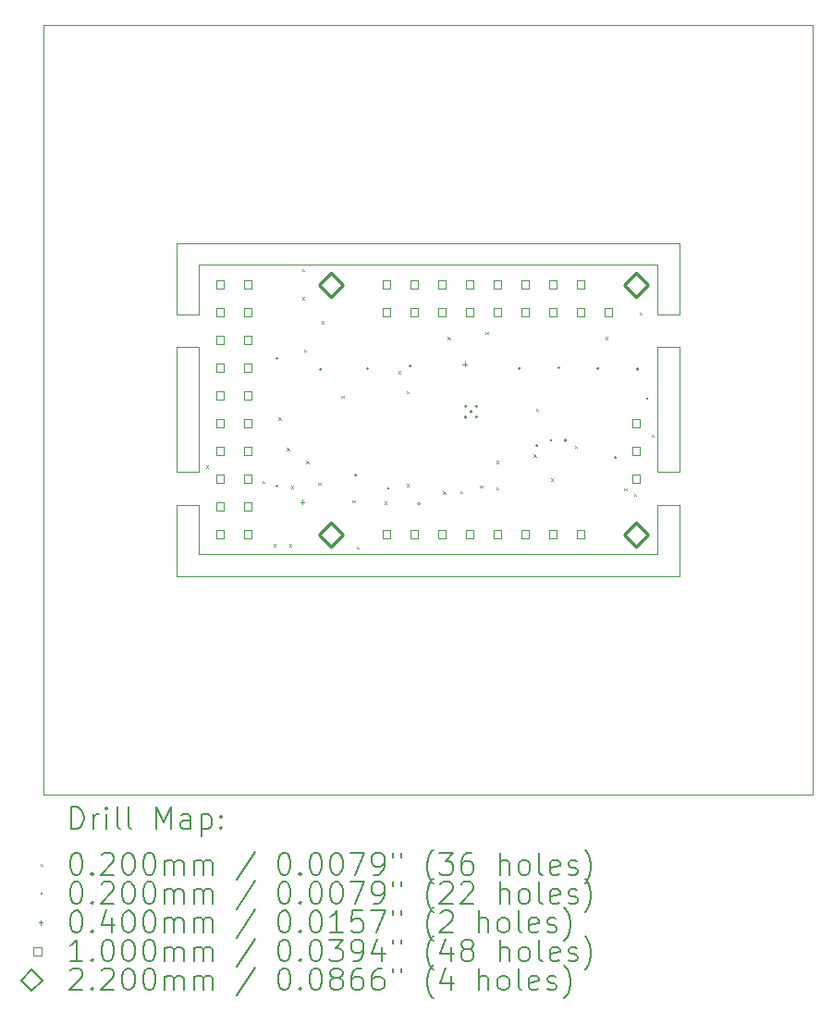
<source format=gbr>
%TF.GenerationSoftware,KiCad,Pcbnew,9.0.4*%
%TF.CreationDate,2025-08-20T21:16:51-04:00*%
%TF.ProjectId,jlcpcb_1x1,6a6c6370-6362-45f3-9178-312e6b696361,rev?*%
%TF.SameCoordinates,Original*%
%TF.FileFunction,Drillmap*%
%TF.FilePolarity,Positive*%
%FSLAX45Y45*%
G04 Gerber Fmt 4.5, Leading zero omitted, Abs format (unit mm)*
G04 Created by KiCad (PCBNEW 9.0.4) date 2025-08-20 21:16:51*
%MOMM*%
%LPD*%
G01*
G04 APERTURE LIST*
%ADD10C,0.100000*%
%ADD11C,0.200000*%
%ADD12C,0.220000*%
G04 APERTURE END LIST*
D10*
X5623000Y-4096000D02*
X5623000Y-2950000D01*
X1223000Y-2000000D02*
X5823000Y-2000000D01*
X5823000Y-4396000D02*
X5823000Y-5046000D01*
X7046000Y0D02*
X0Y0D01*
X1223000Y-2950000D02*
X1423000Y-2950000D01*
X5623000Y-2950000D02*
X5823000Y-2950000D01*
X5823000Y-2650000D02*
X5623000Y-2650000D01*
X5623000Y-2650000D02*
X5623000Y-2200000D01*
X1423000Y-2650000D02*
X1223000Y-2650000D01*
X0Y-7046000D02*
X7046000Y-7046000D01*
X1423000Y-2950000D02*
X1423000Y-4096000D01*
X1423000Y-4846000D02*
X5623000Y-4846000D01*
X1423000Y-4396000D02*
X1423000Y-4846000D01*
X5823000Y-5046000D02*
X1223000Y-5046000D01*
X1423000Y-4096000D02*
X1223000Y-4096000D01*
X5823000Y-2950000D02*
X5823000Y-4096000D01*
X1223000Y-2650000D02*
X1223000Y-2000000D01*
X5823000Y-4096000D02*
X5623000Y-4096000D01*
X5623000Y-2200000D02*
X1423000Y-2200000D01*
X1423000Y-2200000D02*
X1423000Y-2650000D01*
X5823000Y-2000000D02*
X5823000Y-2650000D01*
X1223000Y-5046000D02*
X1223000Y-4396000D01*
X5623000Y-4396000D02*
X5823000Y-4396000D01*
X1223000Y-4396000D02*
X1423000Y-4396000D01*
X1223000Y-4096000D02*
X1223000Y-2950000D01*
X5623000Y-4846000D02*
X5623000Y-4396000D01*
X0Y0D02*
X0Y-7046000D01*
X7046000Y-7046000D02*
X7046000Y0D01*
D11*
D10*
X1489750Y-4035500D02*
X1509750Y-4055500D01*
X1509750Y-4035500D02*
X1489750Y-4055500D01*
X2006029Y-4174155D02*
X2026029Y-4194155D01*
X2026029Y-4174155D02*
X2006029Y-4194155D01*
X2109750Y-4755500D02*
X2129750Y-4775500D01*
X2129750Y-4755500D02*
X2109750Y-4775500D01*
X2154750Y-3595500D02*
X2174750Y-3615500D01*
X2174750Y-3595500D02*
X2154750Y-3615500D01*
X2229750Y-3875500D02*
X2249750Y-3895500D01*
X2249750Y-3875500D02*
X2229750Y-3895500D01*
X2249750Y-4755500D02*
X2269750Y-4775500D01*
X2269750Y-4755500D02*
X2249750Y-4775500D01*
X2266093Y-4223391D02*
X2286093Y-4243391D01*
X2286093Y-4223391D02*
X2266093Y-4243391D01*
X2369750Y-2235500D02*
X2389750Y-2255500D01*
X2389750Y-2235500D02*
X2369750Y-2255500D01*
X2369750Y-2495500D02*
X2389750Y-2515500D01*
X2389750Y-2495500D02*
X2369750Y-2515500D01*
X2389750Y-2975500D02*
X2409750Y-2995500D01*
X2409750Y-2975500D02*
X2389750Y-2995500D01*
X2409750Y-3995500D02*
X2429750Y-4015500D01*
X2429750Y-3995500D02*
X2409750Y-4015500D01*
X2519750Y-4195500D02*
X2539750Y-4215500D01*
X2539750Y-4195500D02*
X2519750Y-4215500D01*
X2549750Y-2715500D02*
X2569750Y-2735500D01*
X2569750Y-2715500D02*
X2549750Y-2735500D01*
X2729750Y-3395500D02*
X2749750Y-3415500D01*
X2749750Y-3395500D02*
X2729750Y-3415500D01*
X2830409Y-4353500D02*
X2850409Y-4373500D01*
X2850409Y-4353500D02*
X2830409Y-4373500D01*
X2869750Y-4775500D02*
X2889750Y-4795500D01*
X2889750Y-4775500D02*
X2869750Y-4795500D01*
X3123158Y-4365500D02*
X3143158Y-4385500D01*
X3143158Y-4365500D02*
X3123158Y-4385500D01*
X3252224Y-3171766D02*
X3272224Y-3191766D01*
X3272224Y-3171766D02*
X3252224Y-3191766D01*
X3329750Y-3355500D02*
X3349750Y-3375500D01*
X3349750Y-3355500D02*
X3329750Y-3375500D01*
X3329750Y-4205500D02*
X3349750Y-4225500D01*
X3349750Y-4205500D02*
X3329750Y-4225500D01*
X3660095Y-4274946D02*
X3680095Y-4294946D01*
X3680095Y-4274946D02*
X3660095Y-4294946D01*
X3705099Y-2860467D02*
X3725099Y-2880467D01*
X3725099Y-2860467D02*
X3705099Y-2880467D01*
X3815948Y-4270357D02*
X3835948Y-4290357D01*
X3835948Y-4270357D02*
X3815948Y-4290357D01*
X4000154Y-4218058D02*
X4020154Y-4238058D01*
X4020154Y-4218058D02*
X4000154Y-4238058D01*
X4049750Y-2815500D02*
X4069750Y-2835500D01*
X4069750Y-2815500D02*
X4049750Y-2835500D01*
X4149750Y-3995500D02*
X4169750Y-4015500D01*
X4169750Y-3995500D02*
X4149750Y-4015500D01*
X4149750Y-4235500D02*
X4169750Y-4255500D01*
X4169750Y-4235500D02*
X4149750Y-4255500D01*
X4489750Y-3935500D02*
X4509750Y-3955500D01*
X4509750Y-3935500D02*
X4489750Y-3955500D01*
X4509750Y-3515500D02*
X4529750Y-3535500D01*
X4529750Y-3515500D02*
X4509750Y-3535500D01*
X4649750Y-4155500D02*
X4669750Y-4175500D01*
X4669750Y-4155500D02*
X4649750Y-4175500D01*
X4869750Y-3855500D02*
X4889750Y-3875500D01*
X4889750Y-3855500D02*
X4869750Y-3875500D01*
X5144750Y-2860500D02*
X5164750Y-2880500D01*
X5164750Y-2860500D02*
X5144750Y-2880500D01*
X5320625Y-4246375D02*
X5340625Y-4266375D01*
X5340625Y-4246375D02*
X5320625Y-4266375D01*
X5409750Y-4295500D02*
X5429750Y-4315500D01*
X5429750Y-4295500D02*
X5409750Y-4315500D01*
X5459750Y-2635500D02*
X5479750Y-2655500D01*
X5479750Y-2635500D02*
X5459750Y-2655500D01*
X5569750Y-3755500D02*
X5589750Y-3775500D01*
X5589750Y-3755500D02*
X5569750Y-3775500D01*
X2149750Y-3055500D02*
G75*
G02*
X2129750Y-3055500I-10000J0D01*
G01*
X2129750Y-3055500D02*
G75*
G02*
X2149750Y-3055500I10000J0D01*
G01*
X2149750Y-4225500D02*
G75*
G02*
X2129750Y-4225500I-10000J0D01*
G01*
X2129750Y-4225500D02*
G75*
G02*
X2149750Y-4225500I10000J0D01*
G01*
X2549750Y-3155500D02*
G75*
G02*
X2529750Y-3155500I-10000J0D01*
G01*
X2529750Y-3155500D02*
G75*
G02*
X2549750Y-3155500I10000J0D01*
G01*
X2869750Y-4125500D02*
G75*
G02*
X2849750Y-4125500I-10000J0D01*
G01*
X2849750Y-4125500D02*
G75*
G02*
X2869750Y-4125500I10000J0D01*
G01*
X2979750Y-3148000D02*
G75*
G02*
X2959750Y-3148000I-10000J0D01*
G01*
X2959750Y-3148000D02*
G75*
G02*
X2979750Y-3148000I10000J0D01*
G01*
X3169750Y-4245500D02*
G75*
G02*
X3149750Y-4245500I-10000J0D01*
G01*
X3149750Y-4245500D02*
G75*
G02*
X3169750Y-4245500I10000J0D01*
G01*
X3369750Y-3125500D02*
G75*
G02*
X3349750Y-3125500I-10000J0D01*
G01*
X3349750Y-3125500D02*
G75*
G02*
X3369750Y-3125500I10000J0D01*
G01*
X3449750Y-4385500D02*
G75*
G02*
X3429750Y-4385500I-10000J0D01*
G01*
X3429750Y-4385500D02*
G75*
G02*
X3449750Y-4385500I10000J0D01*
G01*
X3877156Y-3494554D02*
G75*
G02*
X3857156Y-3494554I-10000J0D01*
G01*
X3857156Y-3494554D02*
G75*
G02*
X3877156Y-3494554I10000J0D01*
G01*
X3877156Y-3593549D02*
G75*
G02*
X3857156Y-3593549I-10000J0D01*
G01*
X3857156Y-3593549D02*
G75*
G02*
X3877156Y-3593549I10000J0D01*
G01*
X3926653Y-3544051D02*
G75*
G02*
X3906653Y-3544051I-10000J0D01*
G01*
X3906653Y-3544051D02*
G75*
G02*
X3926653Y-3544051I10000J0D01*
G01*
X3976151Y-3494554D02*
G75*
G02*
X3956151Y-3494554I-10000J0D01*
G01*
X3956151Y-3494554D02*
G75*
G02*
X3976151Y-3494554I10000J0D01*
G01*
X3976151Y-3593549D02*
G75*
G02*
X3956151Y-3593549I-10000J0D01*
G01*
X3956151Y-3593549D02*
G75*
G02*
X3976151Y-3593549I10000J0D01*
G01*
X4369750Y-3148000D02*
G75*
G02*
X4349750Y-3148000I-10000J0D01*
G01*
X4349750Y-3148000D02*
G75*
G02*
X4369750Y-3148000I10000J0D01*
G01*
X4529750Y-3855500D02*
G75*
G02*
X4509750Y-3855500I-10000J0D01*
G01*
X4509750Y-3855500D02*
G75*
G02*
X4529750Y-3855500I10000J0D01*
G01*
X4659750Y-3805500D02*
G75*
G02*
X4639750Y-3805500I-10000J0D01*
G01*
X4639750Y-3805500D02*
G75*
G02*
X4659750Y-3805500I10000J0D01*
G01*
X4729750Y-3141750D02*
G75*
G02*
X4709750Y-3141750I-10000J0D01*
G01*
X4709750Y-3141750D02*
G75*
G02*
X4729750Y-3141750I10000J0D01*
G01*
X4789750Y-3805500D02*
G75*
G02*
X4769750Y-3805500I-10000J0D01*
G01*
X4769750Y-3805500D02*
G75*
G02*
X4789750Y-3805500I10000J0D01*
G01*
X5089750Y-3149000D02*
G75*
G02*
X5069750Y-3149000I-10000J0D01*
G01*
X5069750Y-3149000D02*
G75*
G02*
X5089750Y-3149000I10000J0D01*
G01*
X5249750Y-3965500D02*
G75*
G02*
X5229750Y-3965500I-10000J0D01*
G01*
X5229750Y-3965500D02*
G75*
G02*
X5249750Y-3965500I10000J0D01*
G01*
X5449750Y-3153750D02*
G75*
G02*
X5429750Y-3153750I-10000J0D01*
G01*
X5429750Y-3153750D02*
G75*
G02*
X5449750Y-3153750I10000J0D01*
G01*
X5539750Y-3425500D02*
G75*
G02*
X5519750Y-3425500I-10000J0D01*
G01*
X5519750Y-3425500D02*
G75*
G02*
X5539750Y-3425500I10000J0D01*
G01*
X2371218Y-4351500D02*
X2371218Y-4391500D01*
X2351218Y-4371500D02*
X2391218Y-4371500D01*
X3859750Y-3088000D02*
X3859750Y-3128000D01*
X3839750Y-3108000D02*
X3879750Y-3108000D01*
X1654856Y-2414856D02*
X1654856Y-2344144D01*
X1584144Y-2344144D01*
X1584144Y-2414856D01*
X1654856Y-2414856D01*
X1654856Y-2668856D02*
X1654856Y-2598144D01*
X1584144Y-2598144D01*
X1584144Y-2668856D01*
X1654856Y-2668856D01*
X1654856Y-2922856D02*
X1654856Y-2852144D01*
X1584144Y-2852144D01*
X1584144Y-2922856D01*
X1654856Y-2922856D01*
X1654856Y-3176856D02*
X1654856Y-3106144D01*
X1584144Y-3106144D01*
X1584144Y-3176856D01*
X1654856Y-3176856D01*
X1654856Y-3430856D02*
X1654856Y-3360144D01*
X1584144Y-3360144D01*
X1584144Y-3430856D01*
X1654856Y-3430856D01*
X1654856Y-3684856D02*
X1654856Y-3614144D01*
X1584144Y-3614144D01*
X1584144Y-3684856D01*
X1654856Y-3684856D01*
X1654856Y-3938856D02*
X1654856Y-3868144D01*
X1584144Y-3868144D01*
X1584144Y-3938856D01*
X1654856Y-3938856D01*
X1654856Y-4192856D02*
X1654856Y-4122144D01*
X1584144Y-4122144D01*
X1584144Y-4192856D01*
X1654856Y-4192856D01*
X1654856Y-4446856D02*
X1654856Y-4376144D01*
X1584144Y-4376144D01*
X1584144Y-4446856D01*
X1654856Y-4446856D01*
X1654856Y-4700856D02*
X1654856Y-4630144D01*
X1584144Y-4630144D01*
X1584144Y-4700856D01*
X1654856Y-4700856D01*
X1908856Y-2414856D02*
X1908856Y-2344144D01*
X1838144Y-2344144D01*
X1838144Y-2414856D01*
X1908856Y-2414856D01*
X1908856Y-2668856D02*
X1908856Y-2598144D01*
X1838144Y-2598144D01*
X1838144Y-2668856D01*
X1908856Y-2668856D01*
X1908856Y-2922856D02*
X1908856Y-2852144D01*
X1838144Y-2852144D01*
X1838144Y-2922856D01*
X1908856Y-2922856D01*
X1908856Y-3176856D02*
X1908856Y-3106144D01*
X1838144Y-3106144D01*
X1838144Y-3176856D01*
X1908856Y-3176856D01*
X1908856Y-3430856D02*
X1908856Y-3360144D01*
X1838144Y-3360144D01*
X1838144Y-3430856D01*
X1908856Y-3430856D01*
X1908856Y-3684856D02*
X1908856Y-3614144D01*
X1838144Y-3614144D01*
X1838144Y-3684856D01*
X1908856Y-3684856D01*
X1908856Y-3938856D02*
X1908856Y-3868144D01*
X1838144Y-3868144D01*
X1838144Y-3938856D01*
X1908856Y-3938856D01*
X1908856Y-4192856D02*
X1908856Y-4122144D01*
X1838144Y-4122144D01*
X1838144Y-4192856D01*
X1908856Y-4192856D01*
X1908856Y-4446856D02*
X1908856Y-4376144D01*
X1838144Y-4376144D01*
X1838144Y-4446856D01*
X1908856Y-4446856D01*
X1908856Y-4700856D02*
X1908856Y-4630144D01*
X1838144Y-4630144D01*
X1838144Y-4700856D01*
X1908856Y-4700856D01*
X3179856Y-2415356D02*
X3179856Y-2344644D01*
X3109144Y-2344644D01*
X3109144Y-2415356D01*
X3179856Y-2415356D01*
X3179856Y-2669356D02*
X3179856Y-2598644D01*
X3109144Y-2598644D01*
X3109144Y-2669356D01*
X3179856Y-2669356D01*
X3179856Y-4701356D02*
X3179856Y-4630644D01*
X3109144Y-4630644D01*
X3109144Y-4701356D01*
X3179856Y-4701356D01*
X3433856Y-2415356D02*
X3433856Y-2344644D01*
X3363144Y-2344644D01*
X3363144Y-2415356D01*
X3433856Y-2415356D01*
X3433856Y-2669356D02*
X3433856Y-2598644D01*
X3363144Y-2598644D01*
X3363144Y-2669356D01*
X3433856Y-2669356D01*
X3433856Y-4701356D02*
X3433856Y-4630644D01*
X3363144Y-4630644D01*
X3363144Y-4701356D01*
X3433856Y-4701356D01*
X3687856Y-2415356D02*
X3687856Y-2344644D01*
X3617144Y-2344644D01*
X3617144Y-2415356D01*
X3687856Y-2415356D01*
X3687856Y-2669356D02*
X3687856Y-2598644D01*
X3617144Y-2598644D01*
X3617144Y-2669356D01*
X3687856Y-2669356D01*
X3687856Y-4701356D02*
X3687856Y-4630644D01*
X3617144Y-4630644D01*
X3617144Y-4701356D01*
X3687856Y-4701356D01*
X3941856Y-2415356D02*
X3941856Y-2344644D01*
X3871144Y-2344644D01*
X3871144Y-2415356D01*
X3941856Y-2415356D01*
X3941856Y-2669356D02*
X3941856Y-2598644D01*
X3871144Y-2598644D01*
X3871144Y-2669356D01*
X3941856Y-2669356D01*
X3941856Y-4701356D02*
X3941856Y-4630644D01*
X3871144Y-4630644D01*
X3871144Y-4701356D01*
X3941856Y-4701356D01*
X4195856Y-2415356D02*
X4195856Y-2344644D01*
X4125144Y-2344644D01*
X4125144Y-2415356D01*
X4195856Y-2415356D01*
X4195856Y-2669356D02*
X4195856Y-2598644D01*
X4125144Y-2598644D01*
X4125144Y-2669356D01*
X4195856Y-2669356D01*
X4195856Y-4701356D02*
X4195856Y-4630644D01*
X4125144Y-4630644D01*
X4125144Y-4701356D01*
X4195856Y-4701356D01*
X4449856Y-2415356D02*
X4449856Y-2344644D01*
X4379144Y-2344644D01*
X4379144Y-2415356D01*
X4449856Y-2415356D01*
X4449856Y-2669356D02*
X4449856Y-2598644D01*
X4379144Y-2598644D01*
X4379144Y-2669356D01*
X4449856Y-2669356D01*
X4449856Y-4701356D02*
X4449856Y-4630644D01*
X4379144Y-4630644D01*
X4379144Y-4701356D01*
X4449856Y-4701356D01*
X4703856Y-2415356D02*
X4703856Y-2344644D01*
X4633144Y-2344644D01*
X4633144Y-2415356D01*
X4703856Y-2415356D01*
X4703856Y-2669356D02*
X4703856Y-2598644D01*
X4633144Y-2598644D01*
X4633144Y-2669356D01*
X4703856Y-2669356D01*
X4703856Y-4701356D02*
X4703856Y-4630644D01*
X4633144Y-4630644D01*
X4633144Y-4701356D01*
X4703856Y-4701356D01*
X4957856Y-2415356D02*
X4957856Y-2344644D01*
X4887144Y-2344644D01*
X4887144Y-2415356D01*
X4957856Y-2415356D01*
X4957856Y-2669356D02*
X4957856Y-2598644D01*
X4887144Y-2598644D01*
X4887144Y-2669356D01*
X4957856Y-2669356D01*
X4957856Y-4701356D02*
X4957856Y-4630644D01*
X4887144Y-4630644D01*
X4887144Y-4701356D01*
X4957856Y-4701356D01*
X5210356Y-2669356D02*
X5210356Y-2598644D01*
X5139644Y-2598644D01*
X5139644Y-2669356D01*
X5210356Y-2669356D01*
X5464356Y-3685356D02*
X5464356Y-3614644D01*
X5393644Y-3614644D01*
X5393644Y-3685356D01*
X5464356Y-3685356D01*
X5464356Y-3939356D02*
X5464356Y-3868644D01*
X5393644Y-3868644D01*
X5393644Y-3939356D01*
X5464356Y-3939356D01*
X5464356Y-4193356D02*
X5464356Y-4122644D01*
X5393644Y-4122644D01*
X5393644Y-4193356D01*
X5464356Y-4193356D01*
D12*
X2635000Y-2490000D02*
X2745000Y-2380000D01*
X2635000Y-2270000D01*
X2525000Y-2380000D01*
X2635000Y-2490000D01*
X2635000Y-4776000D02*
X2745000Y-4666000D01*
X2635000Y-4556000D01*
X2525000Y-4666000D01*
X2635000Y-4776000D01*
X5429000Y-2490000D02*
X5539000Y-2380000D01*
X5429000Y-2270000D01*
X5319000Y-2380000D01*
X5429000Y-2490000D01*
X5429000Y-4776000D02*
X5539000Y-4666000D01*
X5429000Y-4556000D01*
X5319000Y-4666000D01*
X5429000Y-4776000D01*
D11*
X255777Y-7362484D02*
X255777Y-7162484D01*
X255777Y-7162484D02*
X303396Y-7162484D01*
X303396Y-7162484D02*
X331967Y-7172008D01*
X331967Y-7172008D02*
X351015Y-7191055D01*
X351015Y-7191055D02*
X360539Y-7210103D01*
X360539Y-7210103D02*
X370062Y-7248198D01*
X370062Y-7248198D02*
X370062Y-7276769D01*
X370062Y-7276769D02*
X360539Y-7314865D01*
X360539Y-7314865D02*
X351015Y-7333912D01*
X351015Y-7333912D02*
X331967Y-7352960D01*
X331967Y-7352960D02*
X303396Y-7362484D01*
X303396Y-7362484D02*
X255777Y-7362484D01*
X455777Y-7362484D02*
X455777Y-7229150D01*
X455777Y-7267246D02*
X465301Y-7248198D01*
X465301Y-7248198D02*
X474824Y-7238674D01*
X474824Y-7238674D02*
X493872Y-7229150D01*
X493872Y-7229150D02*
X512920Y-7229150D01*
X579586Y-7362484D02*
X579586Y-7229150D01*
X579586Y-7162484D02*
X570063Y-7172008D01*
X570063Y-7172008D02*
X579586Y-7181531D01*
X579586Y-7181531D02*
X589110Y-7172008D01*
X589110Y-7172008D02*
X579586Y-7162484D01*
X579586Y-7162484D02*
X579586Y-7181531D01*
X703396Y-7362484D02*
X684348Y-7352960D01*
X684348Y-7352960D02*
X674824Y-7333912D01*
X674824Y-7333912D02*
X674824Y-7162484D01*
X808158Y-7362484D02*
X789110Y-7352960D01*
X789110Y-7352960D02*
X779586Y-7333912D01*
X779586Y-7333912D02*
X779586Y-7162484D01*
X1036729Y-7362484D02*
X1036729Y-7162484D01*
X1036729Y-7162484D02*
X1103396Y-7305341D01*
X1103396Y-7305341D02*
X1170063Y-7162484D01*
X1170063Y-7162484D02*
X1170063Y-7362484D01*
X1351015Y-7362484D02*
X1351015Y-7257722D01*
X1351015Y-7257722D02*
X1341491Y-7238674D01*
X1341491Y-7238674D02*
X1322444Y-7229150D01*
X1322444Y-7229150D02*
X1284348Y-7229150D01*
X1284348Y-7229150D02*
X1265301Y-7238674D01*
X1351015Y-7352960D02*
X1331967Y-7362484D01*
X1331967Y-7362484D02*
X1284348Y-7362484D01*
X1284348Y-7362484D02*
X1265301Y-7352960D01*
X1265301Y-7352960D02*
X1255777Y-7333912D01*
X1255777Y-7333912D02*
X1255777Y-7314865D01*
X1255777Y-7314865D02*
X1265301Y-7295817D01*
X1265301Y-7295817D02*
X1284348Y-7286293D01*
X1284348Y-7286293D02*
X1331967Y-7286293D01*
X1331967Y-7286293D02*
X1351015Y-7276769D01*
X1446253Y-7229150D02*
X1446253Y-7429150D01*
X1446253Y-7238674D02*
X1465301Y-7229150D01*
X1465301Y-7229150D02*
X1503396Y-7229150D01*
X1503396Y-7229150D02*
X1522443Y-7238674D01*
X1522443Y-7238674D02*
X1531967Y-7248198D01*
X1531967Y-7248198D02*
X1541491Y-7267246D01*
X1541491Y-7267246D02*
X1541491Y-7324388D01*
X1541491Y-7324388D02*
X1531967Y-7343436D01*
X1531967Y-7343436D02*
X1522443Y-7352960D01*
X1522443Y-7352960D02*
X1503396Y-7362484D01*
X1503396Y-7362484D02*
X1465301Y-7362484D01*
X1465301Y-7362484D02*
X1446253Y-7352960D01*
X1627205Y-7343436D02*
X1636729Y-7352960D01*
X1636729Y-7352960D02*
X1627205Y-7362484D01*
X1627205Y-7362484D02*
X1617682Y-7352960D01*
X1617682Y-7352960D02*
X1627205Y-7343436D01*
X1627205Y-7343436D02*
X1627205Y-7362484D01*
X1627205Y-7238674D02*
X1636729Y-7248198D01*
X1636729Y-7248198D02*
X1627205Y-7257722D01*
X1627205Y-7257722D02*
X1617682Y-7248198D01*
X1617682Y-7248198D02*
X1627205Y-7238674D01*
X1627205Y-7238674D02*
X1627205Y-7257722D01*
D10*
X-25000Y-7681000D02*
X-5000Y-7701000D01*
X-5000Y-7681000D02*
X-25000Y-7701000D01*
D11*
X293872Y-7582484D02*
X312920Y-7582484D01*
X312920Y-7582484D02*
X331967Y-7592008D01*
X331967Y-7592008D02*
X341491Y-7601531D01*
X341491Y-7601531D02*
X351015Y-7620579D01*
X351015Y-7620579D02*
X360539Y-7658674D01*
X360539Y-7658674D02*
X360539Y-7706293D01*
X360539Y-7706293D02*
X351015Y-7744388D01*
X351015Y-7744388D02*
X341491Y-7763436D01*
X341491Y-7763436D02*
X331967Y-7772960D01*
X331967Y-7772960D02*
X312920Y-7782484D01*
X312920Y-7782484D02*
X293872Y-7782484D01*
X293872Y-7782484D02*
X274824Y-7772960D01*
X274824Y-7772960D02*
X265301Y-7763436D01*
X265301Y-7763436D02*
X255777Y-7744388D01*
X255777Y-7744388D02*
X246253Y-7706293D01*
X246253Y-7706293D02*
X246253Y-7658674D01*
X246253Y-7658674D02*
X255777Y-7620579D01*
X255777Y-7620579D02*
X265301Y-7601531D01*
X265301Y-7601531D02*
X274824Y-7592008D01*
X274824Y-7592008D02*
X293872Y-7582484D01*
X446253Y-7763436D02*
X455777Y-7772960D01*
X455777Y-7772960D02*
X446253Y-7782484D01*
X446253Y-7782484D02*
X436729Y-7772960D01*
X436729Y-7772960D02*
X446253Y-7763436D01*
X446253Y-7763436D02*
X446253Y-7782484D01*
X531967Y-7601531D02*
X541491Y-7592008D01*
X541491Y-7592008D02*
X560539Y-7582484D01*
X560539Y-7582484D02*
X608158Y-7582484D01*
X608158Y-7582484D02*
X627205Y-7592008D01*
X627205Y-7592008D02*
X636729Y-7601531D01*
X636729Y-7601531D02*
X646253Y-7620579D01*
X646253Y-7620579D02*
X646253Y-7639627D01*
X646253Y-7639627D02*
X636729Y-7668198D01*
X636729Y-7668198D02*
X522443Y-7782484D01*
X522443Y-7782484D02*
X646253Y-7782484D01*
X770062Y-7582484D02*
X789110Y-7582484D01*
X789110Y-7582484D02*
X808158Y-7592008D01*
X808158Y-7592008D02*
X817682Y-7601531D01*
X817682Y-7601531D02*
X827205Y-7620579D01*
X827205Y-7620579D02*
X836729Y-7658674D01*
X836729Y-7658674D02*
X836729Y-7706293D01*
X836729Y-7706293D02*
X827205Y-7744388D01*
X827205Y-7744388D02*
X817682Y-7763436D01*
X817682Y-7763436D02*
X808158Y-7772960D01*
X808158Y-7772960D02*
X789110Y-7782484D01*
X789110Y-7782484D02*
X770062Y-7782484D01*
X770062Y-7782484D02*
X751015Y-7772960D01*
X751015Y-7772960D02*
X741491Y-7763436D01*
X741491Y-7763436D02*
X731967Y-7744388D01*
X731967Y-7744388D02*
X722443Y-7706293D01*
X722443Y-7706293D02*
X722443Y-7658674D01*
X722443Y-7658674D02*
X731967Y-7620579D01*
X731967Y-7620579D02*
X741491Y-7601531D01*
X741491Y-7601531D02*
X751015Y-7592008D01*
X751015Y-7592008D02*
X770062Y-7582484D01*
X960539Y-7582484D02*
X979586Y-7582484D01*
X979586Y-7582484D02*
X998634Y-7592008D01*
X998634Y-7592008D02*
X1008158Y-7601531D01*
X1008158Y-7601531D02*
X1017682Y-7620579D01*
X1017682Y-7620579D02*
X1027205Y-7658674D01*
X1027205Y-7658674D02*
X1027205Y-7706293D01*
X1027205Y-7706293D02*
X1017682Y-7744388D01*
X1017682Y-7744388D02*
X1008158Y-7763436D01*
X1008158Y-7763436D02*
X998634Y-7772960D01*
X998634Y-7772960D02*
X979586Y-7782484D01*
X979586Y-7782484D02*
X960539Y-7782484D01*
X960539Y-7782484D02*
X941491Y-7772960D01*
X941491Y-7772960D02*
X931967Y-7763436D01*
X931967Y-7763436D02*
X922443Y-7744388D01*
X922443Y-7744388D02*
X912920Y-7706293D01*
X912920Y-7706293D02*
X912920Y-7658674D01*
X912920Y-7658674D02*
X922443Y-7620579D01*
X922443Y-7620579D02*
X931967Y-7601531D01*
X931967Y-7601531D02*
X941491Y-7592008D01*
X941491Y-7592008D02*
X960539Y-7582484D01*
X1112920Y-7782484D02*
X1112920Y-7649150D01*
X1112920Y-7668198D02*
X1122444Y-7658674D01*
X1122444Y-7658674D02*
X1141491Y-7649150D01*
X1141491Y-7649150D02*
X1170063Y-7649150D01*
X1170063Y-7649150D02*
X1189110Y-7658674D01*
X1189110Y-7658674D02*
X1198634Y-7677722D01*
X1198634Y-7677722D02*
X1198634Y-7782484D01*
X1198634Y-7677722D02*
X1208158Y-7658674D01*
X1208158Y-7658674D02*
X1227205Y-7649150D01*
X1227205Y-7649150D02*
X1255777Y-7649150D01*
X1255777Y-7649150D02*
X1274825Y-7658674D01*
X1274825Y-7658674D02*
X1284348Y-7677722D01*
X1284348Y-7677722D02*
X1284348Y-7782484D01*
X1379586Y-7782484D02*
X1379586Y-7649150D01*
X1379586Y-7668198D02*
X1389110Y-7658674D01*
X1389110Y-7658674D02*
X1408158Y-7649150D01*
X1408158Y-7649150D02*
X1436729Y-7649150D01*
X1436729Y-7649150D02*
X1455777Y-7658674D01*
X1455777Y-7658674D02*
X1465301Y-7677722D01*
X1465301Y-7677722D02*
X1465301Y-7782484D01*
X1465301Y-7677722D02*
X1474824Y-7658674D01*
X1474824Y-7658674D02*
X1493872Y-7649150D01*
X1493872Y-7649150D02*
X1522443Y-7649150D01*
X1522443Y-7649150D02*
X1541491Y-7658674D01*
X1541491Y-7658674D02*
X1551015Y-7677722D01*
X1551015Y-7677722D02*
X1551015Y-7782484D01*
X1941491Y-7572960D02*
X1770063Y-7830103D01*
X2198634Y-7582484D02*
X2217682Y-7582484D01*
X2217682Y-7582484D02*
X2236729Y-7592008D01*
X2236729Y-7592008D02*
X2246253Y-7601531D01*
X2246253Y-7601531D02*
X2255777Y-7620579D01*
X2255777Y-7620579D02*
X2265301Y-7658674D01*
X2265301Y-7658674D02*
X2265301Y-7706293D01*
X2265301Y-7706293D02*
X2255777Y-7744388D01*
X2255777Y-7744388D02*
X2246253Y-7763436D01*
X2246253Y-7763436D02*
X2236729Y-7772960D01*
X2236729Y-7772960D02*
X2217682Y-7782484D01*
X2217682Y-7782484D02*
X2198634Y-7782484D01*
X2198634Y-7782484D02*
X2179587Y-7772960D01*
X2179587Y-7772960D02*
X2170063Y-7763436D01*
X2170063Y-7763436D02*
X2160539Y-7744388D01*
X2160539Y-7744388D02*
X2151015Y-7706293D01*
X2151015Y-7706293D02*
X2151015Y-7658674D01*
X2151015Y-7658674D02*
X2160539Y-7620579D01*
X2160539Y-7620579D02*
X2170063Y-7601531D01*
X2170063Y-7601531D02*
X2179587Y-7592008D01*
X2179587Y-7592008D02*
X2198634Y-7582484D01*
X2351015Y-7763436D02*
X2360539Y-7772960D01*
X2360539Y-7772960D02*
X2351015Y-7782484D01*
X2351015Y-7782484D02*
X2341491Y-7772960D01*
X2341491Y-7772960D02*
X2351015Y-7763436D01*
X2351015Y-7763436D02*
X2351015Y-7782484D01*
X2484348Y-7582484D02*
X2503396Y-7582484D01*
X2503396Y-7582484D02*
X2522444Y-7592008D01*
X2522444Y-7592008D02*
X2531968Y-7601531D01*
X2531968Y-7601531D02*
X2541491Y-7620579D01*
X2541491Y-7620579D02*
X2551015Y-7658674D01*
X2551015Y-7658674D02*
X2551015Y-7706293D01*
X2551015Y-7706293D02*
X2541491Y-7744388D01*
X2541491Y-7744388D02*
X2531968Y-7763436D01*
X2531968Y-7763436D02*
X2522444Y-7772960D01*
X2522444Y-7772960D02*
X2503396Y-7782484D01*
X2503396Y-7782484D02*
X2484348Y-7782484D01*
X2484348Y-7782484D02*
X2465301Y-7772960D01*
X2465301Y-7772960D02*
X2455777Y-7763436D01*
X2455777Y-7763436D02*
X2446253Y-7744388D01*
X2446253Y-7744388D02*
X2436729Y-7706293D01*
X2436729Y-7706293D02*
X2436729Y-7658674D01*
X2436729Y-7658674D02*
X2446253Y-7620579D01*
X2446253Y-7620579D02*
X2455777Y-7601531D01*
X2455777Y-7601531D02*
X2465301Y-7592008D01*
X2465301Y-7592008D02*
X2484348Y-7582484D01*
X2674825Y-7582484D02*
X2693872Y-7582484D01*
X2693872Y-7582484D02*
X2712920Y-7592008D01*
X2712920Y-7592008D02*
X2722444Y-7601531D01*
X2722444Y-7601531D02*
X2731968Y-7620579D01*
X2731968Y-7620579D02*
X2741491Y-7658674D01*
X2741491Y-7658674D02*
X2741491Y-7706293D01*
X2741491Y-7706293D02*
X2731968Y-7744388D01*
X2731968Y-7744388D02*
X2722444Y-7763436D01*
X2722444Y-7763436D02*
X2712920Y-7772960D01*
X2712920Y-7772960D02*
X2693872Y-7782484D01*
X2693872Y-7782484D02*
X2674825Y-7782484D01*
X2674825Y-7782484D02*
X2655777Y-7772960D01*
X2655777Y-7772960D02*
X2646253Y-7763436D01*
X2646253Y-7763436D02*
X2636729Y-7744388D01*
X2636729Y-7744388D02*
X2627206Y-7706293D01*
X2627206Y-7706293D02*
X2627206Y-7658674D01*
X2627206Y-7658674D02*
X2636729Y-7620579D01*
X2636729Y-7620579D02*
X2646253Y-7601531D01*
X2646253Y-7601531D02*
X2655777Y-7592008D01*
X2655777Y-7592008D02*
X2674825Y-7582484D01*
X2808158Y-7582484D02*
X2941491Y-7582484D01*
X2941491Y-7582484D02*
X2855777Y-7782484D01*
X3027206Y-7782484D02*
X3065301Y-7782484D01*
X3065301Y-7782484D02*
X3084348Y-7772960D01*
X3084348Y-7772960D02*
X3093872Y-7763436D01*
X3093872Y-7763436D02*
X3112920Y-7734865D01*
X3112920Y-7734865D02*
X3122444Y-7696769D01*
X3122444Y-7696769D02*
X3122444Y-7620579D01*
X3122444Y-7620579D02*
X3112920Y-7601531D01*
X3112920Y-7601531D02*
X3103396Y-7592008D01*
X3103396Y-7592008D02*
X3084348Y-7582484D01*
X3084348Y-7582484D02*
X3046253Y-7582484D01*
X3046253Y-7582484D02*
X3027206Y-7592008D01*
X3027206Y-7592008D02*
X3017682Y-7601531D01*
X3017682Y-7601531D02*
X3008158Y-7620579D01*
X3008158Y-7620579D02*
X3008158Y-7668198D01*
X3008158Y-7668198D02*
X3017682Y-7687246D01*
X3017682Y-7687246D02*
X3027206Y-7696769D01*
X3027206Y-7696769D02*
X3046253Y-7706293D01*
X3046253Y-7706293D02*
X3084348Y-7706293D01*
X3084348Y-7706293D02*
X3103396Y-7696769D01*
X3103396Y-7696769D02*
X3112920Y-7687246D01*
X3112920Y-7687246D02*
X3122444Y-7668198D01*
X3198634Y-7582484D02*
X3198634Y-7620579D01*
X3274825Y-7582484D02*
X3274825Y-7620579D01*
X3570063Y-7858674D02*
X3560539Y-7849150D01*
X3560539Y-7849150D02*
X3541491Y-7820579D01*
X3541491Y-7820579D02*
X3531968Y-7801531D01*
X3531968Y-7801531D02*
X3522444Y-7772960D01*
X3522444Y-7772960D02*
X3512920Y-7725341D01*
X3512920Y-7725341D02*
X3512920Y-7687246D01*
X3512920Y-7687246D02*
X3522444Y-7639627D01*
X3522444Y-7639627D02*
X3531968Y-7611055D01*
X3531968Y-7611055D02*
X3541491Y-7592008D01*
X3541491Y-7592008D02*
X3560539Y-7563436D01*
X3560539Y-7563436D02*
X3570063Y-7553912D01*
X3627206Y-7582484D02*
X3751015Y-7582484D01*
X3751015Y-7582484D02*
X3684348Y-7658674D01*
X3684348Y-7658674D02*
X3712920Y-7658674D01*
X3712920Y-7658674D02*
X3731968Y-7668198D01*
X3731968Y-7668198D02*
X3741491Y-7677722D01*
X3741491Y-7677722D02*
X3751015Y-7696769D01*
X3751015Y-7696769D02*
X3751015Y-7744388D01*
X3751015Y-7744388D02*
X3741491Y-7763436D01*
X3741491Y-7763436D02*
X3731968Y-7772960D01*
X3731968Y-7772960D02*
X3712920Y-7782484D01*
X3712920Y-7782484D02*
X3655777Y-7782484D01*
X3655777Y-7782484D02*
X3636729Y-7772960D01*
X3636729Y-7772960D02*
X3627206Y-7763436D01*
X3922444Y-7582484D02*
X3884348Y-7582484D01*
X3884348Y-7582484D02*
X3865301Y-7592008D01*
X3865301Y-7592008D02*
X3855777Y-7601531D01*
X3855777Y-7601531D02*
X3836729Y-7630103D01*
X3836729Y-7630103D02*
X3827206Y-7668198D01*
X3827206Y-7668198D02*
X3827206Y-7744388D01*
X3827206Y-7744388D02*
X3836729Y-7763436D01*
X3836729Y-7763436D02*
X3846253Y-7772960D01*
X3846253Y-7772960D02*
X3865301Y-7782484D01*
X3865301Y-7782484D02*
X3903396Y-7782484D01*
X3903396Y-7782484D02*
X3922444Y-7772960D01*
X3922444Y-7772960D02*
X3931968Y-7763436D01*
X3931968Y-7763436D02*
X3941491Y-7744388D01*
X3941491Y-7744388D02*
X3941491Y-7696769D01*
X3941491Y-7696769D02*
X3931968Y-7677722D01*
X3931968Y-7677722D02*
X3922444Y-7668198D01*
X3922444Y-7668198D02*
X3903396Y-7658674D01*
X3903396Y-7658674D02*
X3865301Y-7658674D01*
X3865301Y-7658674D02*
X3846253Y-7668198D01*
X3846253Y-7668198D02*
X3836729Y-7677722D01*
X3836729Y-7677722D02*
X3827206Y-7696769D01*
X4179587Y-7782484D02*
X4179587Y-7582484D01*
X4265301Y-7782484D02*
X4265301Y-7677722D01*
X4265301Y-7677722D02*
X4255777Y-7658674D01*
X4255777Y-7658674D02*
X4236730Y-7649150D01*
X4236730Y-7649150D02*
X4208158Y-7649150D01*
X4208158Y-7649150D02*
X4189110Y-7658674D01*
X4189110Y-7658674D02*
X4179587Y-7668198D01*
X4389111Y-7782484D02*
X4370063Y-7772960D01*
X4370063Y-7772960D02*
X4360539Y-7763436D01*
X4360539Y-7763436D02*
X4351015Y-7744388D01*
X4351015Y-7744388D02*
X4351015Y-7687246D01*
X4351015Y-7687246D02*
X4360539Y-7668198D01*
X4360539Y-7668198D02*
X4370063Y-7658674D01*
X4370063Y-7658674D02*
X4389111Y-7649150D01*
X4389111Y-7649150D02*
X4417682Y-7649150D01*
X4417682Y-7649150D02*
X4436730Y-7658674D01*
X4436730Y-7658674D02*
X4446253Y-7668198D01*
X4446253Y-7668198D02*
X4455777Y-7687246D01*
X4455777Y-7687246D02*
X4455777Y-7744388D01*
X4455777Y-7744388D02*
X4446253Y-7763436D01*
X4446253Y-7763436D02*
X4436730Y-7772960D01*
X4436730Y-7772960D02*
X4417682Y-7782484D01*
X4417682Y-7782484D02*
X4389111Y-7782484D01*
X4570063Y-7782484D02*
X4551015Y-7772960D01*
X4551015Y-7772960D02*
X4541492Y-7753912D01*
X4541492Y-7753912D02*
X4541492Y-7582484D01*
X4722444Y-7772960D02*
X4703396Y-7782484D01*
X4703396Y-7782484D02*
X4665301Y-7782484D01*
X4665301Y-7782484D02*
X4646253Y-7772960D01*
X4646253Y-7772960D02*
X4636730Y-7753912D01*
X4636730Y-7753912D02*
X4636730Y-7677722D01*
X4636730Y-7677722D02*
X4646253Y-7658674D01*
X4646253Y-7658674D02*
X4665301Y-7649150D01*
X4665301Y-7649150D02*
X4703396Y-7649150D01*
X4703396Y-7649150D02*
X4722444Y-7658674D01*
X4722444Y-7658674D02*
X4731968Y-7677722D01*
X4731968Y-7677722D02*
X4731968Y-7696769D01*
X4731968Y-7696769D02*
X4636730Y-7715817D01*
X4808158Y-7772960D02*
X4827206Y-7782484D01*
X4827206Y-7782484D02*
X4865301Y-7782484D01*
X4865301Y-7782484D02*
X4884349Y-7772960D01*
X4884349Y-7772960D02*
X4893873Y-7753912D01*
X4893873Y-7753912D02*
X4893873Y-7744388D01*
X4893873Y-7744388D02*
X4884349Y-7725341D01*
X4884349Y-7725341D02*
X4865301Y-7715817D01*
X4865301Y-7715817D02*
X4836730Y-7715817D01*
X4836730Y-7715817D02*
X4817682Y-7706293D01*
X4817682Y-7706293D02*
X4808158Y-7687246D01*
X4808158Y-7687246D02*
X4808158Y-7677722D01*
X4808158Y-7677722D02*
X4817682Y-7658674D01*
X4817682Y-7658674D02*
X4836730Y-7649150D01*
X4836730Y-7649150D02*
X4865301Y-7649150D01*
X4865301Y-7649150D02*
X4884349Y-7658674D01*
X4960539Y-7858674D02*
X4970063Y-7849150D01*
X4970063Y-7849150D02*
X4989111Y-7820579D01*
X4989111Y-7820579D02*
X4998634Y-7801531D01*
X4998634Y-7801531D02*
X5008158Y-7772960D01*
X5008158Y-7772960D02*
X5017682Y-7725341D01*
X5017682Y-7725341D02*
X5017682Y-7687246D01*
X5017682Y-7687246D02*
X5008158Y-7639627D01*
X5008158Y-7639627D02*
X4998634Y-7611055D01*
X4998634Y-7611055D02*
X4989111Y-7592008D01*
X4989111Y-7592008D02*
X4970063Y-7563436D01*
X4970063Y-7563436D02*
X4960539Y-7553912D01*
D10*
X-5000Y-7955000D02*
G75*
G02*
X-25000Y-7955000I-10000J0D01*
G01*
X-25000Y-7955000D02*
G75*
G02*
X-5000Y-7955000I10000J0D01*
G01*
D11*
X293872Y-7846484D02*
X312920Y-7846484D01*
X312920Y-7846484D02*
X331967Y-7856008D01*
X331967Y-7856008D02*
X341491Y-7865531D01*
X341491Y-7865531D02*
X351015Y-7884579D01*
X351015Y-7884579D02*
X360539Y-7922674D01*
X360539Y-7922674D02*
X360539Y-7970293D01*
X360539Y-7970293D02*
X351015Y-8008388D01*
X351015Y-8008388D02*
X341491Y-8027436D01*
X341491Y-8027436D02*
X331967Y-8036960D01*
X331967Y-8036960D02*
X312920Y-8046484D01*
X312920Y-8046484D02*
X293872Y-8046484D01*
X293872Y-8046484D02*
X274824Y-8036960D01*
X274824Y-8036960D02*
X265301Y-8027436D01*
X265301Y-8027436D02*
X255777Y-8008388D01*
X255777Y-8008388D02*
X246253Y-7970293D01*
X246253Y-7970293D02*
X246253Y-7922674D01*
X246253Y-7922674D02*
X255777Y-7884579D01*
X255777Y-7884579D02*
X265301Y-7865531D01*
X265301Y-7865531D02*
X274824Y-7856008D01*
X274824Y-7856008D02*
X293872Y-7846484D01*
X446253Y-8027436D02*
X455777Y-8036960D01*
X455777Y-8036960D02*
X446253Y-8046484D01*
X446253Y-8046484D02*
X436729Y-8036960D01*
X436729Y-8036960D02*
X446253Y-8027436D01*
X446253Y-8027436D02*
X446253Y-8046484D01*
X531967Y-7865531D02*
X541491Y-7856008D01*
X541491Y-7856008D02*
X560539Y-7846484D01*
X560539Y-7846484D02*
X608158Y-7846484D01*
X608158Y-7846484D02*
X627205Y-7856008D01*
X627205Y-7856008D02*
X636729Y-7865531D01*
X636729Y-7865531D02*
X646253Y-7884579D01*
X646253Y-7884579D02*
X646253Y-7903627D01*
X646253Y-7903627D02*
X636729Y-7932198D01*
X636729Y-7932198D02*
X522443Y-8046484D01*
X522443Y-8046484D02*
X646253Y-8046484D01*
X770062Y-7846484D02*
X789110Y-7846484D01*
X789110Y-7846484D02*
X808158Y-7856008D01*
X808158Y-7856008D02*
X817682Y-7865531D01*
X817682Y-7865531D02*
X827205Y-7884579D01*
X827205Y-7884579D02*
X836729Y-7922674D01*
X836729Y-7922674D02*
X836729Y-7970293D01*
X836729Y-7970293D02*
X827205Y-8008388D01*
X827205Y-8008388D02*
X817682Y-8027436D01*
X817682Y-8027436D02*
X808158Y-8036960D01*
X808158Y-8036960D02*
X789110Y-8046484D01*
X789110Y-8046484D02*
X770062Y-8046484D01*
X770062Y-8046484D02*
X751015Y-8036960D01*
X751015Y-8036960D02*
X741491Y-8027436D01*
X741491Y-8027436D02*
X731967Y-8008388D01*
X731967Y-8008388D02*
X722443Y-7970293D01*
X722443Y-7970293D02*
X722443Y-7922674D01*
X722443Y-7922674D02*
X731967Y-7884579D01*
X731967Y-7884579D02*
X741491Y-7865531D01*
X741491Y-7865531D02*
X751015Y-7856008D01*
X751015Y-7856008D02*
X770062Y-7846484D01*
X960539Y-7846484D02*
X979586Y-7846484D01*
X979586Y-7846484D02*
X998634Y-7856008D01*
X998634Y-7856008D02*
X1008158Y-7865531D01*
X1008158Y-7865531D02*
X1017682Y-7884579D01*
X1017682Y-7884579D02*
X1027205Y-7922674D01*
X1027205Y-7922674D02*
X1027205Y-7970293D01*
X1027205Y-7970293D02*
X1017682Y-8008388D01*
X1017682Y-8008388D02*
X1008158Y-8027436D01*
X1008158Y-8027436D02*
X998634Y-8036960D01*
X998634Y-8036960D02*
X979586Y-8046484D01*
X979586Y-8046484D02*
X960539Y-8046484D01*
X960539Y-8046484D02*
X941491Y-8036960D01*
X941491Y-8036960D02*
X931967Y-8027436D01*
X931967Y-8027436D02*
X922443Y-8008388D01*
X922443Y-8008388D02*
X912920Y-7970293D01*
X912920Y-7970293D02*
X912920Y-7922674D01*
X912920Y-7922674D02*
X922443Y-7884579D01*
X922443Y-7884579D02*
X931967Y-7865531D01*
X931967Y-7865531D02*
X941491Y-7856008D01*
X941491Y-7856008D02*
X960539Y-7846484D01*
X1112920Y-8046484D02*
X1112920Y-7913150D01*
X1112920Y-7932198D02*
X1122444Y-7922674D01*
X1122444Y-7922674D02*
X1141491Y-7913150D01*
X1141491Y-7913150D02*
X1170063Y-7913150D01*
X1170063Y-7913150D02*
X1189110Y-7922674D01*
X1189110Y-7922674D02*
X1198634Y-7941722D01*
X1198634Y-7941722D02*
X1198634Y-8046484D01*
X1198634Y-7941722D02*
X1208158Y-7922674D01*
X1208158Y-7922674D02*
X1227205Y-7913150D01*
X1227205Y-7913150D02*
X1255777Y-7913150D01*
X1255777Y-7913150D02*
X1274825Y-7922674D01*
X1274825Y-7922674D02*
X1284348Y-7941722D01*
X1284348Y-7941722D02*
X1284348Y-8046484D01*
X1379586Y-8046484D02*
X1379586Y-7913150D01*
X1379586Y-7932198D02*
X1389110Y-7922674D01*
X1389110Y-7922674D02*
X1408158Y-7913150D01*
X1408158Y-7913150D02*
X1436729Y-7913150D01*
X1436729Y-7913150D02*
X1455777Y-7922674D01*
X1455777Y-7922674D02*
X1465301Y-7941722D01*
X1465301Y-7941722D02*
X1465301Y-8046484D01*
X1465301Y-7941722D02*
X1474824Y-7922674D01*
X1474824Y-7922674D02*
X1493872Y-7913150D01*
X1493872Y-7913150D02*
X1522443Y-7913150D01*
X1522443Y-7913150D02*
X1541491Y-7922674D01*
X1541491Y-7922674D02*
X1551015Y-7941722D01*
X1551015Y-7941722D02*
X1551015Y-8046484D01*
X1941491Y-7836960D02*
X1770063Y-8094103D01*
X2198634Y-7846484D02*
X2217682Y-7846484D01*
X2217682Y-7846484D02*
X2236729Y-7856008D01*
X2236729Y-7856008D02*
X2246253Y-7865531D01*
X2246253Y-7865531D02*
X2255777Y-7884579D01*
X2255777Y-7884579D02*
X2265301Y-7922674D01*
X2265301Y-7922674D02*
X2265301Y-7970293D01*
X2265301Y-7970293D02*
X2255777Y-8008388D01*
X2255777Y-8008388D02*
X2246253Y-8027436D01*
X2246253Y-8027436D02*
X2236729Y-8036960D01*
X2236729Y-8036960D02*
X2217682Y-8046484D01*
X2217682Y-8046484D02*
X2198634Y-8046484D01*
X2198634Y-8046484D02*
X2179587Y-8036960D01*
X2179587Y-8036960D02*
X2170063Y-8027436D01*
X2170063Y-8027436D02*
X2160539Y-8008388D01*
X2160539Y-8008388D02*
X2151015Y-7970293D01*
X2151015Y-7970293D02*
X2151015Y-7922674D01*
X2151015Y-7922674D02*
X2160539Y-7884579D01*
X2160539Y-7884579D02*
X2170063Y-7865531D01*
X2170063Y-7865531D02*
X2179587Y-7856008D01*
X2179587Y-7856008D02*
X2198634Y-7846484D01*
X2351015Y-8027436D02*
X2360539Y-8036960D01*
X2360539Y-8036960D02*
X2351015Y-8046484D01*
X2351015Y-8046484D02*
X2341491Y-8036960D01*
X2341491Y-8036960D02*
X2351015Y-8027436D01*
X2351015Y-8027436D02*
X2351015Y-8046484D01*
X2484348Y-7846484D02*
X2503396Y-7846484D01*
X2503396Y-7846484D02*
X2522444Y-7856008D01*
X2522444Y-7856008D02*
X2531968Y-7865531D01*
X2531968Y-7865531D02*
X2541491Y-7884579D01*
X2541491Y-7884579D02*
X2551015Y-7922674D01*
X2551015Y-7922674D02*
X2551015Y-7970293D01*
X2551015Y-7970293D02*
X2541491Y-8008388D01*
X2541491Y-8008388D02*
X2531968Y-8027436D01*
X2531968Y-8027436D02*
X2522444Y-8036960D01*
X2522444Y-8036960D02*
X2503396Y-8046484D01*
X2503396Y-8046484D02*
X2484348Y-8046484D01*
X2484348Y-8046484D02*
X2465301Y-8036960D01*
X2465301Y-8036960D02*
X2455777Y-8027436D01*
X2455777Y-8027436D02*
X2446253Y-8008388D01*
X2446253Y-8008388D02*
X2436729Y-7970293D01*
X2436729Y-7970293D02*
X2436729Y-7922674D01*
X2436729Y-7922674D02*
X2446253Y-7884579D01*
X2446253Y-7884579D02*
X2455777Y-7865531D01*
X2455777Y-7865531D02*
X2465301Y-7856008D01*
X2465301Y-7856008D02*
X2484348Y-7846484D01*
X2674825Y-7846484D02*
X2693872Y-7846484D01*
X2693872Y-7846484D02*
X2712920Y-7856008D01*
X2712920Y-7856008D02*
X2722444Y-7865531D01*
X2722444Y-7865531D02*
X2731968Y-7884579D01*
X2731968Y-7884579D02*
X2741491Y-7922674D01*
X2741491Y-7922674D02*
X2741491Y-7970293D01*
X2741491Y-7970293D02*
X2731968Y-8008388D01*
X2731968Y-8008388D02*
X2722444Y-8027436D01*
X2722444Y-8027436D02*
X2712920Y-8036960D01*
X2712920Y-8036960D02*
X2693872Y-8046484D01*
X2693872Y-8046484D02*
X2674825Y-8046484D01*
X2674825Y-8046484D02*
X2655777Y-8036960D01*
X2655777Y-8036960D02*
X2646253Y-8027436D01*
X2646253Y-8027436D02*
X2636729Y-8008388D01*
X2636729Y-8008388D02*
X2627206Y-7970293D01*
X2627206Y-7970293D02*
X2627206Y-7922674D01*
X2627206Y-7922674D02*
X2636729Y-7884579D01*
X2636729Y-7884579D02*
X2646253Y-7865531D01*
X2646253Y-7865531D02*
X2655777Y-7856008D01*
X2655777Y-7856008D02*
X2674825Y-7846484D01*
X2808158Y-7846484D02*
X2941491Y-7846484D01*
X2941491Y-7846484D02*
X2855777Y-8046484D01*
X3027206Y-8046484D02*
X3065301Y-8046484D01*
X3065301Y-8046484D02*
X3084348Y-8036960D01*
X3084348Y-8036960D02*
X3093872Y-8027436D01*
X3093872Y-8027436D02*
X3112920Y-7998865D01*
X3112920Y-7998865D02*
X3122444Y-7960769D01*
X3122444Y-7960769D02*
X3122444Y-7884579D01*
X3122444Y-7884579D02*
X3112920Y-7865531D01*
X3112920Y-7865531D02*
X3103396Y-7856008D01*
X3103396Y-7856008D02*
X3084348Y-7846484D01*
X3084348Y-7846484D02*
X3046253Y-7846484D01*
X3046253Y-7846484D02*
X3027206Y-7856008D01*
X3027206Y-7856008D02*
X3017682Y-7865531D01*
X3017682Y-7865531D02*
X3008158Y-7884579D01*
X3008158Y-7884579D02*
X3008158Y-7932198D01*
X3008158Y-7932198D02*
X3017682Y-7951246D01*
X3017682Y-7951246D02*
X3027206Y-7960769D01*
X3027206Y-7960769D02*
X3046253Y-7970293D01*
X3046253Y-7970293D02*
X3084348Y-7970293D01*
X3084348Y-7970293D02*
X3103396Y-7960769D01*
X3103396Y-7960769D02*
X3112920Y-7951246D01*
X3112920Y-7951246D02*
X3122444Y-7932198D01*
X3198634Y-7846484D02*
X3198634Y-7884579D01*
X3274825Y-7846484D02*
X3274825Y-7884579D01*
X3570063Y-8122674D02*
X3560539Y-8113150D01*
X3560539Y-8113150D02*
X3541491Y-8084579D01*
X3541491Y-8084579D02*
X3531968Y-8065531D01*
X3531968Y-8065531D02*
X3522444Y-8036960D01*
X3522444Y-8036960D02*
X3512920Y-7989341D01*
X3512920Y-7989341D02*
X3512920Y-7951246D01*
X3512920Y-7951246D02*
X3522444Y-7903627D01*
X3522444Y-7903627D02*
X3531968Y-7875055D01*
X3531968Y-7875055D02*
X3541491Y-7856008D01*
X3541491Y-7856008D02*
X3560539Y-7827436D01*
X3560539Y-7827436D02*
X3570063Y-7817912D01*
X3636729Y-7865531D02*
X3646253Y-7856008D01*
X3646253Y-7856008D02*
X3665301Y-7846484D01*
X3665301Y-7846484D02*
X3712920Y-7846484D01*
X3712920Y-7846484D02*
X3731968Y-7856008D01*
X3731968Y-7856008D02*
X3741491Y-7865531D01*
X3741491Y-7865531D02*
X3751015Y-7884579D01*
X3751015Y-7884579D02*
X3751015Y-7903627D01*
X3751015Y-7903627D02*
X3741491Y-7932198D01*
X3741491Y-7932198D02*
X3627206Y-8046484D01*
X3627206Y-8046484D02*
X3751015Y-8046484D01*
X3827206Y-7865531D02*
X3836729Y-7856008D01*
X3836729Y-7856008D02*
X3855777Y-7846484D01*
X3855777Y-7846484D02*
X3903396Y-7846484D01*
X3903396Y-7846484D02*
X3922444Y-7856008D01*
X3922444Y-7856008D02*
X3931968Y-7865531D01*
X3931968Y-7865531D02*
X3941491Y-7884579D01*
X3941491Y-7884579D02*
X3941491Y-7903627D01*
X3941491Y-7903627D02*
X3931968Y-7932198D01*
X3931968Y-7932198D02*
X3817682Y-8046484D01*
X3817682Y-8046484D02*
X3941491Y-8046484D01*
X4179587Y-8046484D02*
X4179587Y-7846484D01*
X4265301Y-8046484D02*
X4265301Y-7941722D01*
X4265301Y-7941722D02*
X4255777Y-7922674D01*
X4255777Y-7922674D02*
X4236730Y-7913150D01*
X4236730Y-7913150D02*
X4208158Y-7913150D01*
X4208158Y-7913150D02*
X4189110Y-7922674D01*
X4189110Y-7922674D02*
X4179587Y-7932198D01*
X4389111Y-8046484D02*
X4370063Y-8036960D01*
X4370063Y-8036960D02*
X4360539Y-8027436D01*
X4360539Y-8027436D02*
X4351015Y-8008388D01*
X4351015Y-8008388D02*
X4351015Y-7951246D01*
X4351015Y-7951246D02*
X4360539Y-7932198D01*
X4360539Y-7932198D02*
X4370063Y-7922674D01*
X4370063Y-7922674D02*
X4389111Y-7913150D01*
X4389111Y-7913150D02*
X4417682Y-7913150D01*
X4417682Y-7913150D02*
X4436730Y-7922674D01*
X4436730Y-7922674D02*
X4446253Y-7932198D01*
X4446253Y-7932198D02*
X4455777Y-7951246D01*
X4455777Y-7951246D02*
X4455777Y-8008388D01*
X4455777Y-8008388D02*
X4446253Y-8027436D01*
X4446253Y-8027436D02*
X4436730Y-8036960D01*
X4436730Y-8036960D02*
X4417682Y-8046484D01*
X4417682Y-8046484D02*
X4389111Y-8046484D01*
X4570063Y-8046484D02*
X4551015Y-8036960D01*
X4551015Y-8036960D02*
X4541492Y-8017912D01*
X4541492Y-8017912D02*
X4541492Y-7846484D01*
X4722444Y-8036960D02*
X4703396Y-8046484D01*
X4703396Y-8046484D02*
X4665301Y-8046484D01*
X4665301Y-8046484D02*
X4646253Y-8036960D01*
X4646253Y-8036960D02*
X4636730Y-8017912D01*
X4636730Y-8017912D02*
X4636730Y-7941722D01*
X4636730Y-7941722D02*
X4646253Y-7922674D01*
X4646253Y-7922674D02*
X4665301Y-7913150D01*
X4665301Y-7913150D02*
X4703396Y-7913150D01*
X4703396Y-7913150D02*
X4722444Y-7922674D01*
X4722444Y-7922674D02*
X4731968Y-7941722D01*
X4731968Y-7941722D02*
X4731968Y-7960769D01*
X4731968Y-7960769D02*
X4636730Y-7979817D01*
X4808158Y-8036960D02*
X4827206Y-8046484D01*
X4827206Y-8046484D02*
X4865301Y-8046484D01*
X4865301Y-8046484D02*
X4884349Y-8036960D01*
X4884349Y-8036960D02*
X4893873Y-8017912D01*
X4893873Y-8017912D02*
X4893873Y-8008388D01*
X4893873Y-8008388D02*
X4884349Y-7989341D01*
X4884349Y-7989341D02*
X4865301Y-7979817D01*
X4865301Y-7979817D02*
X4836730Y-7979817D01*
X4836730Y-7979817D02*
X4817682Y-7970293D01*
X4817682Y-7970293D02*
X4808158Y-7951246D01*
X4808158Y-7951246D02*
X4808158Y-7941722D01*
X4808158Y-7941722D02*
X4817682Y-7922674D01*
X4817682Y-7922674D02*
X4836730Y-7913150D01*
X4836730Y-7913150D02*
X4865301Y-7913150D01*
X4865301Y-7913150D02*
X4884349Y-7922674D01*
X4960539Y-8122674D02*
X4970063Y-8113150D01*
X4970063Y-8113150D02*
X4989111Y-8084579D01*
X4989111Y-8084579D02*
X4998634Y-8065531D01*
X4998634Y-8065531D02*
X5008158Y-8036960D01*
X5008158Y-8036960D02*
X5017682Y-7989341D01*
X5017682Y-7989341D02*
X5017682Y-7951246D01*
X5017682Y-7951246D02*
X5008158Y-7903627D01*
X5008158Y-7903627D02*
X4998634Y-7875055D01*
X4998634Y-7875055D02*
X4989111Y-7856008D01*
X4989111Y-7856008D02*
X4970063Y-7827436D01*
X4970063Y-7827436D02*
X4960539Y-7817912D01*
D10*
X-25000Y-8199000D02*
X-25000Y-8239000D01*
X-45000Y-8219000D02*
X-5000Y-8219000D01*
D11*
X293872Y-8110484D02*
X312920Y-8110484D01*
X312920Y-8110484D02*
X331967Y-8120008D01*
X331967Y-8120008D02*
X341491Y-8129531D01*
X341491Y-8129531D02*
X351015Y-8148579D01*
X351015Y-8148579D02*
X360539Y-8186674D01*
X360539Y-8186674D02*
X360539Y-8234293D01*
X360539Y-8234293D02*
X351015Y-8272388D01*
X351015Y-8272388D02*
X341491Y-8291436D01*
X341491Y-8291436D02*
X331967Y-8300960D01*
X331967Y-8300960D02*
X312920Y-8310484D01*
X312920Y-8310484D02*
X293872Y-8310484D01*
X293872Y-8310484D02*
X274824Y-8300960D01*
X274824Y-8300960D02*
X265301Y-8291436D01*
X265301Y-8291436D02*
X255777Y-8272388D01*
X255777Y-8272388D02*
X246253Y-8234293D01*
X246253Y-8234293D02*
X246253Y-8186674D01*
X246253Y-8186674D02*
X255777Y-8148579D01*
X255777Y-8148579D02*
X265301Y-8129531D01*
X265301Y-8129531D02*
X274824Y-8120008D01*
X274824Y-8120008D02*
X293872Y-8110484D01*
X446253Y-8291436D02*
X455777Y-8300960D01*
X455777Y-8300960D02*
X446253Y-8310484D01*
X446253Y-8310484D02*
X436729Y-8300960D01*
X436729Y-8300960D02*
X446253Y-8291436D01*
X446253Y-8291436D02*
X446253Y-8310484D01*
X627205Y-8177150D02*
X627205Y-8310484D01*
X579586Y-8100960D02*
X531967Y-8243817D01*
X531967Y-8243817D02*
X655777Y-8243817D01*
X770062Y-8110484D02*
X789110Y-8110484D01*
X789110Y-8110484D02*
X808158Y-8120008D01*
X808158Y-8120008D02*
X817682Y-8129531D01*
X817682Y-8129531D02*
X827205Y-8148579D01*
X827205Y-8148579D02*
X836729Y-8186674D01*
X836729Y-8186674D02*
X836729Y-8234293D01*
X836729Y-8234293D02*
X827205Y-8272388D01*
X827205Y-8272388D02*
X817682Y-8291436D01*
X817682Y-8291436D02*
X808158Y-8300960D01*
X808158Y-8300960D02*
X789110Y-8310484D01*
X789110Y-8310484D02*
X770062Y-8310484D01*
X770062Y-8310484D02*
X751015Y-8300960D01*
X751015Y-8300960D02*
X741491Y-8291436D01*
X741491Y-8291436D02*
X731967Y-8272388D01*
X731967Y-8272388D02*
X722443Y-8234293D01*
X722443Y-8234293D02*
X722443Y-8186674D01*
X722443Y-8186674D02*
X731967Y-8148579D01*
X731967Y-8148579D02*
X741491Y-8129531D01*
X741491Y-8129531D02*
X751015Y-8120008D01*
X751015Y-8120008D02*
X770062Y-8110484D01*
X960539Y-8110484D02*
X979586Y-8110484D01*
X979586Y-8110484D02*
X998634Y-8120008D01*
X998634Y-8120008D02*
X1008158Y-8129531D01*
X1008158Y-8129531D02*
X1017682Y-8148579D01*
X1017682Y-8148579D02*
X1027205Y-8186674D01*
X1027205Y-8186674D02*
X1027205Y-8234293D01*
X1027205Y-8234293D02*
X1017682Y-8272388D01*
X1017682Y-8272388D02*
X1008158Y-8291436D01*
X1008158Y-8291436D02*
X998634Y-8300960D01*
X998634Y-8300960D02*
X979586Y-8310484D01*
X979586Y-8310484D02*
X960539Y-8310484D01*
X960539Y-8310484D02*
X941491Y-8300960D01*
X941491Y-8300960D02*
X931967Y-8291436D01*
X931967Y-8291436D02*
X922443Y-8272388D01*
X922443Y-8272388D02*
X912920Y-8234293D01*
X912920Y-8234293D02*
X912920Y-8186674D01*
X912920Y-8186674D02*
X922443Y-8148579D01*
X922443Y-8148579D02*
X931967Y-8129531D01*
X931967Y-8129531D02*
X941491Y-8120008D01*
X941491Y-8120008D02*
X960539Y-8110484D01*
X1112920Y-8310484D02*
X1112920Y-8177150D01*
X1112920Y-8196198D02*
X1122444Y-8186674D01*
X1122444Y-8186674D02*
X1141491Y-8177150D01*
X1141491Y-8177150D02*
X1170063Y-8177150D01*
X1170063Y-8177150D02*
X1189110Y-8186674D01*
X1189110Y-8186674D02*
X1198634Y-8205722D01*
X1198634Y-8205722D02*
X1198634Y-8310484D01*
X1198634Y-8205722D02*
X1208158Y-8186674D01*
X1208158Y-8186674D02*
X1227205Y-8177150D01*
X1227205Y-8177150D02*
X1255777Y-8177150D01*
X1255777Y-8177150D02*
X1274825Y-8186674D01*
X1274825Y-8186674D02*
X1284348Y-8205722D01*
X1284348Y-8205722D02*
X1284348Y-8310484D01*
X1379586Y-8310484D02*
X1379586Y-8177150D01*
X1379586Y-8196198D02*
X1389110Y-8186674D01*
X1389110Y-8186674D02*
X1408158Y-8177150D01*
X1408158Y-8177150D02*
X1436729Y-8177150D01*
X1436729Y-8177150D02*
X1455777Y-8186674D01*
X1455777Y-8186674D02*
X1465301Y-8205722D01*
X1465301Y-8205722D02*
X1465301Y-8310484D01*
X1465301Y-8205722D02*
X1474824Y-8186674D01*
X1474824Y-8186674D02*
X1493872Y-8177150D01*
X1493872Y-8177150D02*
X1522443Y-8177150D01*
X1522443Y-8177150D02*
X1541491Y-8186674D01*
X1541491Y-8186674D02*
X1551015Y-8205722D01*
X1551015Y-8205722D02*
X1551015Y-8310484D01*
X1941491Y-8100960D02*
X1770063Y-8358103D01*
X2198634Y-8110484D02*
X2217682Y-8110484D01*
X2217682Y-8110484D02*
X2236729Y-8120008D01*
X2236729Y-8120008D02*
X2246253Y-8129531D01*
X2246253Y-8129531D02*
X2255777Y-8148579D01*
X2255777Y-8148579D02*
X2265301Y-8186674D01*
X2265301Y-8186674D02*
X2265301Y-8234293D01*
X2265301Y-8234293D02*
X2255777Y-8272388D01*
X2255777Y-8272388D02*
X2246253Y-8291436D01*
X2246253Y-8291436D02*
X2236729Y-8300960D01*
X2236729Y-8300960D02*
X2217682Y-8310484D01*
X2217682Y-8310484D02*
X2198634Y-8310484D01*
X2198634Y-8310484D02*
X2179587Y-8300960D01*
X2179587Y-8300960D02*
X2170063Y-8291436D01*
X2170063Y-8291436D02*
X2160539Y-8272388D01*
X2160539Y-8272388D02*
X2151015Y-8234293D01*
X2151015Y-8234293D02*
X2151015Y-8186674D01*
X2151015Y-8186674D02*
X2160539Y-8148579D01*
X2160539Y-8148579D02*
X2170063Y-8129531D01*
X2170063Y-8129531D02*
X2179587Y-8120008D01*
X2179587Y-8120008D02*
X2198634Y-8110484D01*
X2351015Y-8291436D02*
X2360539Y-8300960D01*
X2360539Y-8300960D02*
X2351015Y-8310484D01*
X2351015Y-8310484D02*
X2341491Y-8300960D01*
X2341491Y-8300960D02*
X2351015Y-8291436D01*
X2351015Y-8291436D02*
X2351015Y-8310484D01*
X2484348Y-8110484D02*
X2503396Y-8110484D01*
X2503396Y-8110484D02*
X2522444Y-8120008D01*
X2522444Y-8120008D02*
X2531968Y-8129531D01*
X2531968Y-8129531D02*
X2541491Y-8148579D01*
X2541491Y-8148579D02*
X2551015Y-8186674D01*
X2551015Y-8186674D02*
X2551015Y-8234293D01*
X2551015Y-8234293D02*
X2541491Y-8272388D01*
X2541491Y-8272388D02*
X2531968Y-8291436D01*
X2531968Y-8291436D02*
X2522444Y-8300960D01*
X2522444Y-8300960D02*
X2503396Y-8310484D01*
X2503396Y-8310484D02*
X2484348Y-8310484D01*
X2484348Y-8310484D02*
X2465301Y-8300960D01*
X2465301Y-8300960D02*
X2455777Y-8291436D01*
X2455777Y-8291436D02*
X2446253Y-8272388D01*
X2446253Y-8272388D02*
X2436729Y-8234293D01*
X2436729Y-8234293D02*
X2436729Y-8186674D01*
X2436729Y-8186674D02*
X2446253Y-8148579D01*
X2446253Y-8148579D02*
X2455777Y-8129531D01*
X2455777Y-8129531D02*
X2465301Y-8120008D01*
X2465301Y-8120008D02*
X2484348Y-8110484D01*
X2741491Y-8310484D02*
X2627206Y-8310484D01*
X2684348Y-8310484D02*
X2684348Y-8110484D01*
X2684348Y-8110484D02*
X2665301Y-8139055D01*
X2665301Y-8139055D02*
X2646253Y-8158103D01*
X2646253Y-8158103D02*
X2627206Y-8167627D01*
X2922444Y-8110484D02*
X2827206Y-8110484D01*
X2827206Y-8110484D02*
X2817682Y-8205722D01*
X2817682Y-8205722D02*
X2827206Y-8196198D01*
X2827206Y-8196198D02*
X2846253Y-8186674D01*
X2846253Y-8186674D02*
X2893872Y-8186674D01*
X2893872Y-8186674D02*
X2912920Y-8196198D01*
X2912920Y-8196198D02*
X2922444Y-8205722D01*
X2922444Y-8205722D02*
X2931967Y-8224769D01*
X2931967Y-8224769D02*
X2931967Y-8272388D01*
X2931967Y-8272388D02*
X2922444Y-8291436D01*
X2922444Y-8291436D02*
X2912920Y-8300960D01*
X2912920Y-8300960D02*
X2893872Y-8310484D01*
X2893872Y-8310484D02*
X2846253Y-8310484D01*
X2846253Y-8310484D02*
X2827206Y-8300960D01*
X2827206Y-8300960D02*
X2817682Y-8291436D01*
X2998634Y-8110484D02*
X3131967Y-8110484D01*
X3131967Y-8110484D02*
X3046253Y-8310484D01*
X3198634Y-8110484D02*
X3198634Y-8148579D01*
X3274825Y-8110484D02*
X3274825Y-8148579D01*
X3570063Y-8386674D02*
X3560539Y-8377150D01*
X3560539Y-8377150D02*
X3541491Y-8348579D01*
X3541491Y-8348579D02*
X3531968Y-8329531D01*
X3531968Y-8329531D02*
X3522444Y-8300960D01*
X3522444Y-8300960D02*
X3512920Y-8253341D01*
X3512920Y-8253341D02*
X3512920Y-8215246D01*
X3512920Y-8215246D02*
X3522444Y-8167627D01*
X3522444Y-8167627D02*
X3531968Y-8139055D01*
X3531968Y-8139055D02*
X3541491Y-8120008D01*
X3541491Y-8120008D02*
X3560539Y-8091436D01*
X3560539Y-8091436D02*
X3570063Y-8081912D01*
X3636729Y-8129531D02*
X3646253Y-8120008D01*
X3646253Y-8120008D02*
X3665301Y-8110484D01*
X3665301Y-8110484D02*
X3712920Y-8110484D01*
X3712920Y-8110484D02*
X3731968Y-8120008D01*
X3731968Y-8120008D02*
X3741491Y-8129531D01*
X3741491Y-8129531D02*
X3751015Y-8148579D01*
X3751015Y-8148579D02*
X3751015Y-8167627D01*
X3751015Y-8167627D02*
X3741491Y-8196198D01*
X3741491Y-8196198D02*
X3627206Y-8310484D01*
X3627206Y-8310484D02*
X3751015Y-8310484D01*
X3989110Y-8310484D02*
X3989110Y-8110484D01*
X4074825Y-8310484D02*
X4074825Y-8205722D01*
X4074825Y-8205722D02*
X4065301Y-8186674D01*
X4065301Y-8186674D02*
X4046253Y-8177150D01*
X4046253Y-8177150D02*
X4017682Y-8177150D01*
X4017682Y-8177150D02*
X3998634Y-8186674D01*
X3998634Y-8186674D02*
X3989110Y-8196198D01*
X4198634Y-8310484D02*
X4179587Y-8300960D01*
X4179587Y-8300960D02*
X4170063Y-8291436D01*
X4170063Y-8291436D02*
X4160539Y-8272388D01*
X4160539Y-8272388D02*
X4160539Y-8215246D01*
X4160539Y-8215246D02*
X4170063Y-8196198D01*
X4170063Y-8196198D02*
X4179587Y-8186674D01*
X4179587Y-8186674D02*
X4198634Y-8177150D01*
X4198634Y-8177150D02*
X4227206Y-8177150D01*
X4227206Y-8177150D02*
X4246253Y-8186674D01*
X4246253Y-8186674D02*
X4255777Y-8196198D01*
X4255777Y-8196198D02*
X4265301Y-8215246D01*
X4265301Y-8215246D02*
X4265301Y-8272388D01*
X4265301Y-8272388D02*
X4255777Y-8291436D01*
X4255777Y-8291436D02*
X4246253Y-8300960D01*
X4246253Y-8300960D02*
X4227206Y-8310484D01*
X4227206Y-8310484D02*
X4198634Y-8310484D01*
X4379587Y-8310484D02*
X4360539Y-8300960D01*
X4360539Y-8300960D02*
X4351015Y-8281912D01*
X4351015Y-8281912D02*
X4351015Y-8110484D01*
X4531968Y-8300960D02*
X4512920Y-8310484D01*
X4512920Y-8310484D02*
X4474825Y-8310484D01*
X4474825Y-8310484D02*
X4455777Y-8300960D01*
X4455777Y-8300960D02*
X4446253Y-8281912D01*
X4446253Y-8281912D02*
X4446253Y-8205722D01*
X4446253Y-8205722D02*
X4455777Y-8186674D01*
X4455777Y-8186674D02*
X4474825Y-8177150D01*
X4474825Y-8177150D02*
X4512920Y-8177150D01*
X4512920Y-8177150D02*
X4531968Y-8186674D01*
X4531968Y-8186674D02*
X4541492Y-8205722D01*
X4541492Y-8205722D02*
X4541492Y-8224769D01*
X4541492Y-8224769D02*
X4446253Y-8243817D01*
X4617682Y-8300960D02*
X4636730Y-8310484D01*
X4636730Y-8310484D02*
X4674825Y-8310484D01*
X4674825Y-8310484D02*
X4693873Y-8300960D01*
X4693873Y-8300960D02*
X4703396Y-8281912D01*
X4703396Y-8281912D02*
X4703396Y-8272388D01*
X4703396Y-8272388D02*
X4693873Y-8253341D01*
X4693873Y-8253341D02*
X4674825Y-8243817D01*
X4674825Y-8243817D02*
X4646253Y-8243817D01*
X4646253Y-8243817D02*
X4627206Y-8234293D01*
X4627206Y-8234293D02*
X4617682Y-8215246D01*
X4617682Y-8215246D02*
X4617682Y-8205722D01*
X4617682Y-8205722D02*
X4627206Y-8186674D01*
X4627206Y-8186674D02*
X4646253Y-8177150D01*
X4646253Y-8177150D02*
X4674825Y-8177150D01*
X4674825Y-8177150D02*
X4693873Y-8186674D01*
X4770063Y-8386674D02*
X4779587Y-8377150D01*
X4779587Y-8377150D02*
X4798634Y-8348579D01*
X4798634Y-8348579D02*
X4808158Y-8329531D01*
X4808158Y-8329531D02*
X4817682Y-8300960D01*
X4817682Y-8300960D02*
X4827206Y-8253341D01*
X4827206Y-8253341D02*
X4827206Y-8215246D01*
X4827206Y-8215246D02*
X4817682Y-8167627D01*
X4817682Y-8167627D02*
X4808158Y-8139055D01*
X4808158Y-8139055D02*
X4798634Y-8120008D01*
X4798634Y-8120008D02*
X4779587Y-8091436D01*
X4779587Y-8091436D02*
X4770063Y-8081912D01*
D10*
X-19644Y-8518356D02*
X-19644Y-8447644D01*
X-90356Y-8447644D01*
X-90356Y-8518356D01*
X-19644Y-8518356D01*
D11*
X360539Y-8574484D02*
X246253Y-8574484D01*
X303396Y-8574484D02*
X303396Y-8374484D01*
X303396Y-8374484D02*
X284348Y-8403055D01*
X284348Y-8403055D02*
X265301Y-8422103D01*
X265301Y-8422103D02*
X246253Y-8431627D01*
X446253Y-8555436D02*
X455777Y-8564960D01*
X455777Y-8564960D02*
X446253Y-8574484D01*
X446253Y-8574484D02*
X436729Y-8564960D01*
X436729Y-8564960D02*
X446253Y-8555436D01*
X446253Y-8555436D02*
X446253Y-8574484D01*
X579586Y-8374484D02*
X598634Y-8374484D01*
X598634Y-8374484D02*
X617682Y-8384008D01*
X617682Y-8384008D02*
X627205Y-8393531D01*
X627205Y-8393531D02*
X636729Y-8412579D01*
X636729Y-8412579D02*
X646253Y-8450674D01*
X646253Y-8450674D02*
X646253Y-8498293D01*
X646253Y-8498293D02*
X636729Y-8536389D01*
X636729Y-8536389D02*
X627205Y-8555436D01*
X627205Y-8555436D02*
X617682Y-8564960D01*
X617682Y-8564960D02*
X598634Y-8574484D01*
X598634Y-8574484D02*
X579586Y-8574484D01*
X579586Y-8574484D02*
X560539Y-8564960D01*
X560539Y-8564960D02*
X551015Y-8555436D01*
X551015Y-8555436D02*
X541491Y-8536389D01*
X541491Y-8536389D02*
X531967Y-8498293D01*
X531967Y-8498293D02*
X531967Y-8450674D01*
X531967Y-8450674D02*
X541491Y-8412579D01*
X541491Y-8412579D02*
X551015Y-8393531D01*
X551015Y-8393531D02*
X560539Y-8384008D01*
X560539Y-8384008D02*
X579586Y-8374484D01*
X770062Y-8374484D02*
X789110Y-8374484D01*
X789110Y-8374484D02*
X808158Y-8384008D01*
X808158Y-8384008D02*
X817682Y-8393531D01*
X817682Y-8393531D02*
X827205Y-8412579D01*
X827205Y-8412579D02*
X836729Y-8450674D01*
X836729Y-8450674D02*
X836729Y-8498293D01*
X836729Y-8498293D02*
X827205Y-8536389D01*
X827205Y-8536389D02*
X817682Y-8555436D01*
X817682Y-8555436D02*
X808158Y-8564960D01*
X808158Y-8564960D02*
X789110Y-8574484D01*
X789110Y-8574484D02*
X770062Y-8574484D01*
X770062Y-8574484D02*
X751015Y-8564960D01*
X751015Y-8564960D02*
X741491Y-8555436D01*
X741491Y-8555436D02*
X731967Y-8536389D01*
X731967Y-8536389D02*
X722443Y-8498293D01*
X722443Y-8498293D02*
X722443Y-8450674D01*
X722443Y-8450674D02*
X731967Y-8412579D01*
X731967Y-8412579D02*
X741491Y-8393531D01*
X741491Y-8393531D02*
X751015Y-8384008D01*
X751015Y-8384008D02*
X770062Y-8374484D01*
X960539Y-8374484D02*
X979586Y-8374484D01*
X979586Y-8374484D02*
X998634Y-8384008D01*
X998634Y-8384008D02*
X1008158Y-8393531D01*
X1008158Y-8393531D02*
X1017682Y-8412579D01*
X1017682Y-8412579D02*
X1027205Y-8450674D01*
X1027205Y-8450674D02*
X1027205Y-8498293D01*
X1027205Y-8498293D02*
X1017682Y-8536389D01*
X1017682Y-8536389D02*
X1008158Y-8555436D01*
X1008158Y-8555436D02*
X998634Y-8564960D01*
X998634Y-8564960D02*
X979586Y-8574484D01*
X979586Y-8574484D02*
X960539Y-8574484D01*
X960539Y-8574484D02*
X941491Y-8564960D01*
X941491Y-8564960D02*
X931967Y-8555436D01*
X931967Y-8555436D02*
X922443Y-8536389D01*
X922443Y-8536389D02*
X912920Y-8498293D01*
X912920Y-8498293D02*
X912920Y-8450674D01*
X912920Y-8450674D02*
X922443Y-8412579D01*
X922443Y-8412579D02*
X931967Y-8393531D01*
X931967Y-8393531D02*
X941491Y-8384008D01*
X941491Y-8384008D02*
X960539Y-8374484D01*
X1112920Y-8574484D02*
X1112920Y-8441150D01*
X1112920Y-8460198D02*
X1122444Y-8450674D01*
X1122444Y-8450674D02*
X1141491Y-8441150D01*
X1141491Y-8441150D02*
X1170063Y-8441150D01*
X1170063Y-8441150D02*
X1189110Y-8450674D01*
X1189110Y-8450674D02*
X1198634Y-8469722D01*
X1198634Y-8469722D02*
X1198634Y-8574484D01*
X1198634Y-8469722D02*
X1208158Y-8450674D01*
X1208158Y-8450674D02*
X1227205Y-8441150D01*
X1227205Y-8441150D02*
X1255777Y-8441150D01*
X1255777Y-8441150D02*
X1274825Y-8450674D01*
X1274825Y-8450674D02*
X1284348Y-8469722D01*
X1284348Y-8469722D02*
X1284348Y-8574484D01*
X1379586Y-8574484D02*
X1379586Y-8441150D01*
X1379586Y-8460198D02*
X1389110Y-8450674D01*
X1389110Y-8450674D02*
X1408158Y-8441150D01*
X1408158Y-8441150D02*
X1436729Y-8441150D01*
X1436729Y-8441150D02*
X1455777Y-8450674D01*
X1455777Y-8450674D02*
X1465301Y-8469722D01*
X1465301Y-8469722D02*
X1465301Y-8574484D01*
X1465301Y-8469722D02*
X1474824Y-8450674D01*
X1474824Y-8450674D02*
X1493872Y-8441150D01*
X1493872Y-8441150D02*
X1522443Y-8441150D01*
X1522443Y-8441150D02*
X1541491Y-8450674D01*
X1541491Y-8450674D02*
X1551015Y-8469722D01*
X1551015Y-8469722D02*
X1551015Y-8574484D01*
X1941491Y-8364960D02*
X1770063Y-8622103D01*
X2198634Y-8374484D02*
X2217682Y-8374484D01*
X2217682Y-8374484D02*
X2236729Y-8384008D01*
X2236729Y-8384008D02*
X2246253Y-8393531D01*
X2246253Y-8393531D02*
X2255777Y-8412579D01*
X2255777Y-8412579D02*
X2265301Y-8450674D01*
X2265301Y-8450674D02*
X2265301Y-8498293D01*
X2265301Y-8498293D02*
X2255777Y-8536389D01*
X2255777Y-8536389D02*
X2246253Y-8555436D01*
X2246253Y-8555436D02*
X2236729Y-8564960D01*
X2236729Y-8564960D02*
X2217682Y-8574484D01*
X2217682Y-8574484D02*
X2198634Y-8574484D01*
X2198634Y-8574484D02*
X2179587Y-8564960D01*
X2179587Y-8564960D02*
X2170063Y-8555436D01*
X2170063Y-8555436D02*
X2160539Y-8536389D01*
X2160539Y-8536389D02*
X2151015Y-8498293D01*
X2151015Y-8498293D02*
X2151015Y-8450674D01*
X2151015Y-8450674D02*
X2160539Y-8412579D01*
X2160539Y-8412579D02*
X2170063Y-8393531D01*
X2170063Y-8393531D02*
X2179587Y-8384008D01*
X2179587Y-8384008D02*
X2198634Y-8374484D01*
X2351015Y-8555436D02*
X2360539Y-8564960D01*
X2360539Y-8564960D02*
X2351015Y-8574484D01*
X2351015Y-8574484D02*
X2341491Y-8564960D01*
X2341491Y-8564960D02*
X2351015Y-8555436D01*
X2351015Y-8555436D02*
X2351015Y-8574484D01*
X2484348Y-8374484D02*
X2503396Y-8374484D01*
X2503396Y-8374484D02*
X2522444Y-8384008D01*
X2522444Y-8384008D02*
X2531968Y-8393531D01*
X2531968Y-8393531D02*
X2541491Y-8412579D01*
X2541491Y-8412579D02*
X2551015Y-8450674D01*
X2551015Y-8450674D02*
X2551015Y-8498293D01*
X2551015Y-8498293D02*
X2541491Y-8536389D01*
X2541491Y-8536389D02*
X2531968Y-8555436D01*
X2531968Y-8555436D02*
X2522444Y-8564960D01*
X2522444Y-8564960D02*
X2503396Y-8574484D01*
X2503396Y-8574484D02*
X2484348Y-8574484D01*
X2484348Y-8574484D02*
X2465301Y-8564960D01*
X2465301Y-8564960D02*
X2455777Y-8555436D01*
X2455777Y-8555436D02*
X2446253Y-8536389D01*
X2446253Y-8536389D02*
X2436729Y-8498293D01*
X2436729Y-8498293D02*
X2436729Y-8450674D01*
X2436729Y-8450674D02*
X2446253Y-8412579D01*
X2446253Y-8412579D02*
X2455777Y-8393531D01*
X2455777Y-8393531D02*
X2465301Y-8384008D01*
X2465301Y-8384008D02*
X2484348Y-8374484D01*
X2617682Y-8374484D02*
X2741491Y-8374484D01*
X2741491Y-8374484D02*
X2674825Y-8450674D01*
X2674825Y-8450674D02*
X2703396Y-8450674D01*
X2703396Y-8450674D02*
X2722444Y-8460198D01*
X2722444Y-8460198D02*
X2731968Y-8469722D01*
X2731968Y-8469722D02*
X2741491Y-8488770D01*
X2741491Y-8488770D02*
X2741491Y-8536389D01*
X2741491Y-8536389D02*
X2731968Y-8555436D01*
X2731968Y-8555436D02*
X2722444Y-8564960D01*
X2722444Y-8564960D02*
X2703396Y-8574484D01*
X2703396Y-8574484D02*
X2646253Y-8574484D01*
X2646253Y-8574484D02*
X2627206Y-8564960D01*
X2627206Y-8564960D02*
X2617682Y-8555436D01*
X2836729Y-8574484D02*
X2874825Y-8574484D01*
X2874825Y-8574484D02*
X2893872Y-8564960D01*
X2893872Y-8564960D02*
X2903396Y-8555436D01*
X2903396Y-8555436D02*
X2922444Y-8526865D01*
X2922444Y-8526865D02*
X2931967Y-8488770D01*
X2931967Y-8488770D02*
X2931967Y-8412579D01*
X2931967Y-8412579D02*
X2922444Y-8393531D01*
X2922444Y-8393531D02*
X2912920Y-8384008D01*
X2912920Y-8384008D02*
X2893872Y-8374484D01*
X2893872Y-8374484D02*
X2855777Y-8374484D01*
X2855777Y-8374484D02*
X2836729Y-8384008D01*
X2836729Y-8384008D02*
X2827206Y-8393531D01*
X2827206Y-8393531D02*
X2817682Y-8412579D01*
X2817682Y-8412579D02*
X2817682Y-8460198D01*
X2817682Y-8460198D02*
X2827206Y-8479246D01*
X2827206Y-8479246D02*
X2836729Y-8488770D01*
X2836729Y-8488770D02*
X2855777Y-8498293D01*
X2855777Y-8498293D02*
X2893872Y-8498293D01*
X2893872Y-8498293D02*
X2912920Y-8488770D01*
X2912920Y-8488770D02*
X2922444Y-8479246D01*
X2922444Y-8479246D02*
X2931967Y-8460198D01*
X3103396Y-8441150D02*
X3103396Y-8574484D01*
X3055777Y-8364960D02*
X3008158Y-8507817D01*
X3008158Y-8507817D02*
X3131967Y-8507817D01*
X3198634Y-8374484D02*
X3198634Y-8412579D01*
X3274825Y-8374484D02*
X3274825Y-8412579D01*
X3570063Y-8650674D02*
X3560539Y-8641150D01*
X3560539Y-8641150D02*
X3541491Y-8612579D01*
X3541491Y-8612579D02*
X3531968Y-8593531D01*
X3531968Y-8593531D02*
X3522444Y-8564960D01*
X3522444Y-8564960D02*
X3512920Y-8517341D01*
X3512920Y-8517341D02*
X3512920Y-8479246D01*
X3512920Y-8479246D02*
X3522444Y-8431627D01*
X3522444Y-8431627D02*
X3531968Y-8403055D01*
X3531968Y-8403055D02*
X3541491Y-8384008D01*
X3541491Y-8384008D02*
X3560539Y-8355436D01*
X3560539Y-8355436D02*
X3570063Y-8345912D01*
X3731968Y-8441150D02*
X3731968Y-8574484D01*
X3684348Y-8364960D02*
X3636729Y-8507817D01*
X3636729Y-8507817D02*
X3760539Y-8507817D01*
X3865301Y-8460198D02*
X3846253Y-8450674D01*
X3846253Y-8450674D02*
X3836729Y-8441150D01*
X3836729Y-8441150D02*
X3827206Y-8422103D01*
X3827206Y-8422103D02*
X3827206Y-8412579D01*
X3827206Y-8412579D02*
X3836729Y-8393531D01*
X3836729Y-8393531D02*
X3846253Y-8384008D01*
X3846253Y-8384008D02*
X3865301Y-8374484D01*
X3865301Y-8374484D02*
X3903396Y-8374484D01*
X3903396Y-8374484D02*
X3922444Y-8384008D01*
X3922444Y-8384008D02*
X3931968Y-8393531D01*
X3931968Y-8393531D02*
X3941491Y-8412579D01*
X3941491Y-8412579D02*
X3941491Y-8422103D01*
X3941491Y-8422103D02*
X3931968Y-8441150D01*
X3931968Y-8441150D02*
X3922444Y-8450674D01*
X3922444Y-8450674D02*
X3903396Y-8460198D01*
X3903396Y-8460198D02*
X3865301Y-8460198D01*
X3865301Y-8460198D02*
X3846253Y-8469722D01*
X3846253Y-8469722D02*
X3836729Y-8479246D01*
X3836729Y-8479246D02*
X3827206Y-8498293D01*
X3827206Y-8498293D02*
X3827206Y-8536389D01*
X3827206Y-8536389D02*
X3836729Y-8555436D01*
X3836729Y-8555436D02*
X3846253Y-8564960D01*
X3846253Y-8564960D02*
X3865301Y-8574484D01*
X3865301Y-8574484D02*
X3903396Y-8574484D01*
X3903396Y-8574484D02*
X3922444Y-8564960D01*
X3922444Y-8564960D02*
X3931968Y-8555436D01*
X3931968Y-8555436D02*
X3941491Y-8536389D01*
X3941491Y-8536389D02*
X3941491Y-8498293D01*
X3941491Y-8498293D02*
X3931968Y-8479246D01*
X3931968Y-8479246D02*
X3922444Y-8469722D01*
X3922444Y-8469722D02*
X3903396Y-8460198D01*
X4179587Y-8574484D02*
X4179587Y-8374484D01*
X4265301Y-8574484D02*
X4265301Y-8469722D01*
X4265301Y-8469722D02*
X4255777Y-8450674D01*
X4255777Y-8450674D02*
X4236730Y-8441150D01*
X4236730Y-8441150D02*
X4208158Y-8441150D01*
X4208158Y-8441150D02*
X4189110Y-8450674D01*
X4189110Y-8450674D02*
X4179587Y-8460198D01*
X4389111Y-8574484D02*
X4370063Y-8564960D01*
X4370063Y-8564960D02*
X4360539Y-8555436D01*
X4360539Y-8555436D02*
X4351015Y-8536389D01*
X4351015Y-8536389D02*
X4351015Y-8479246D01*
X4351015Y-8479246D02*
X4360539Y-8460198D01*
X4360539Y-8460198D02*
X4370063Y-8450674D01*
X4370063Y-8450674D02*
X4389111Y-8441150D01*
X4389111Y-8441150D02*
X4417682Y-8441150D01*
X4417682Y-8441150D02*
X4436730Y-8450674D01*
X4436730Y-8450674D02*
X4446253Y-8460198D01*
X4446253Y-8460198D02*
X4455777Y-8479246D01*
X4455777Y-8479246D02*
X4455777Y-8536389D01*
X4455777Y-8536389D02*
X4446253Y-8555436D01*
X4446253Y-8555436D02*
X4436730Y-8564960D01*
X4436730Y-8564960D02*
X4417682Y-8574484D01*
X4417682Y-8574484D02*
X4389111Y-8574484D01*
X4570063Y-8574484D02*
X4551015Y-8564960D01*
X4551015Y-8564960D02*
X4541492Y-8545912D01*
X4541492Y-8545912D02*
X4541492Y-8374484D01*
X4722444Y-8564960D02*
X4703396Y-8574484D01*
X4703396Y-8574484D02*
X4665301Y-8574484D01*
X4665301Y-8574484D02*
X4646253Y-8564960D01*
X4646253Y-8564960D02*
X4636730Y-8545912D01*
X4636730Y-8545912D02*
X4636730Y-8469722D01*
X4636730Y-8469722D02*
X4646253Y-8450674D01*
X4646253Y-8450674D02*
X4665301Y-8441150D01*
X4665301Y-8441150D02*
X4703396Y-8441150D01*
X4703396Y-8441150D02*
X4722444Y-8450674D01*
X4722444Y-8450674D02*
X4731968Y-8469722D01*
X4731968Y-8469722D02*
X4731968Y-8488770D01*
X4731968Y-8488770D02*
X4636730Y-8507817D01*
X4808158Y-8564960D02*
X4827206Y-8574484D01*
X4827206Y-8574484D02*
X4865301Y-8574484D01*
X4865301Y-8574484D02*
X4884349Y-8564960D01*
X4884349Y-8564960D02*
X4893873Y-8545912D01*
X4893873Y-8545912D02*
X4893873Y-8536389D01*
X4893873Y-8536389D02*
X4884349Y-8517341D01*
X4884349Y-8517341D02*
X4865301Y-8507817D01*
X4865301Y-8507817D02*
X4836730Y-8507817D01*
X4836730Y-8507817D02*
X4817682Y-8498293D01*
X4817682Y-8498293D02*
X4808158Y-8479246D01*
X4808158Y-8479246D02*
X4808158Y-8469722D01*
X4808158Y-8469722D02*
X4817682Y-8450674D01*
X4817682Y-8450674D02*
X4836730Y-8441150D01*
X4836730Y-8441150D02*
X4865301Y-8441150D01*
X4865301Y-8441150D02*
X4884349Y-8450674D01*
X4960539Y-8650674D02*
X4970063Y-8641150D01*
X4970063Y-8641150D02*
X4989111Y-8612579D01*
X4989111Y-8612579D02*
X4998634Y-8593531D01*
X4998634Y-8593531D02*
X5008158Y-8564960D01*
X5008158Y-8564960D02*
X5017682Y-8517341D01*
X5017682Y-8517341D02*
X5017682Y-8479246D01*
X5017682Y-8479246D02*
X5008158Y-8431627D01*
X5008158Y-8431627D02*
X4998634Y-8403055D01*
X4998634Y-8403055D02*
X4989111Y-8384008D01*
X4989111Y-8384008D02*
X4970063Y-8355436D01*
X4970063Y-8355436D02*
X4960539Y-8345912D01*
X-105000Y-8847000D02*
X-5000Y-8747000D01*
X-105000Y-8647000D01*
X-205000Y-8747000D01*
X-105000Y-8847000D01*
X246253Y-8657531D02*
X255777Y-8648008D01*
X255777Y-8648008D02*
X274824Y-8638484D01*
X274824Y-8638484D02*
X322444Y-8638484D01*
X322444Y-8638484D02*
X341491Y-8648008D01*
X341491Y-8648008D02*
X351015Y-8657531D01*
X351015Y-8657531D02*
X360539Y-8676579D01*
X360539Y-8676579D02*
X360539Y-8695627D01*
X360539Y-8695627D02*
X351015Y-8724198D01*
X351015Y-8724198D02*
X236729Y-8838484D01*
X236729Y-8838484D02*
X360539Y-8838484D01*
X446253Y-8819436D02*
X455777Y-8828960D01*
X455777Y-8828960D02*
X446253Y-8838484D01*
X446253Y-8838484D02*
X436729Y-8828960D01*
X436729Y-8828960D02*
X446253Y-8819436D01*
X446253Y-8819436D02*
X446253Y-8838484D01*
X531967Y-8657531D02*
X541491Y-8648008D01*
X541491Y-8648008D02*
X560539Y-8638484D01*
X560539Y-8638484D02*
X608158Y-8638484D01*
X608158Y-8638484D02*
X627205Y-8648008D01*
X627205Y-8648008D02*
X636729Y-8657531D01*
X636729Y-8657531D02*
X646253Y-8676579D01*
X646253Y-8676579D02*
X646253Y-8695627D01*
X646253Y-8695627D02*
X636729Y-8724198D01*
X636729Y-8724198D02*
X522443Y-8838484D01*
X522443Y-8838484D02*
X646253Y-8838484D01*
X770062Y-8638484D02*
X789110Y-8638484D01*
X789110Y-8638484D02*
X808158Y-8648008D01*
X808158Y-8648008D02*
X817682Y-8657531D01*
X817682Y-8657531D02*
X827205Y-8676579D01*
X827205Y-8676579D02*
X836729Y-8714674D01*
X836729Y-8714674D02*
X836729Y-8762293D01*
X836729Y-8762293D02*
X827205Y-8800389D01*
X827205Y-8800389D02*
X817682Y-8819436D01*
X817682Y-8819436D02*
X808158Y-8828960D01*
X808158Y-8828960D02*
X789110Y-8838484D01*
X789110Y-8838484D02*
X770062Y-8838484D01*
X770062Y-8838484D02*
X751015Y-8828960D01*
X751015Y-8828960D02*
X741491Y-8819436D01*
X741491Y-8819436D02*
X731967Y-8800389D01*
X731967Y-8800389D02*
X722443Y-8762293D01*
X722443Y-8762293D02*
X722443Y-8714674D01*
X722443Y-8714674D02*
X731967Y-8676579D01*
X731967Y-8676579D02*
X741491Y-8657531D01*
X741491Y-8657531D02*
X751015Y-8648008D01*
X751015Y-8648008D02*
X770062Y-8638484D01*
X960539Y-8638484D02*
X979586Y-8638484D01*
X979586Y-8638484D02*
X998634Y-8648008D01*
X998634Y-8648008D02*
X1008158Y-8657531D01*
X1008158Y-8657531D02*
X1017682Y-8676579D01*
X1017682Y-8676579D02*
X1027205Y-8714674D01*
X1027205Y-8714674D02*
X1027205Y-8762293D01*
X1027205Y-8762293D02*
X1017682Y-8800389D01*
X1017682Y-8800389D02*
X1008158Y-8819436D01*
X1008158Y-8819436D02*
X998634Y-8828960D01*
X998634Y-8828960D02*
X979586Y-8838484D01*
X979586Y-8838484D02*
X960539Y-8838484D01*
X960539Y-8838484D02*
X941491Y-8828960D01*
X941491Y-8828960D02*
X931967Y-8819436D01*
X931967Y-8819436D02*
X922443Y-8800389D01*
X922443Y-8800389D02*
X912920Y-8762293D01*
X912920Y-8762293D02*
X912920Y-8714674D01*
X912920Y-8714674D02*
X922443Y-8676579D01*
X922443Y-8676579D02*
X931967Y-8657531D01*
X931967Y-8657531D02*
X941491Y-8648008D01*
X941491Y-8648008D02*
X960539Y-8638484D01*
X1112920Y-8838484D02*
X1112920Y-8705150D01*
X1112920Y-8724198D02*
X1122444Y-8714674D01*
X1122444Y-8714674D02*
X1141491Y-8705150D01*
X1141491Y-8705150D02*
X1170063Y-8705150D01*
X1170063Y-8705150D02*
X1189110Y-8714674D01*
X1189110Y-8714674D02*
X1198634Y-8733722D01*
X1198634Y-8733722D02*
X1198634Y-8838484D01*
X1198634Y-8733722D02*
X1208158Y-8714674D01*
X1208158Y-8714674D02*
X1227205Y-8705150D01*
X1227205Y-8705150D02*
X1255777Y-8705150D01*
X1255777Y-8705150D02*
X1274825Y-8714674D01*
X1274825Y-8714674D02*
X1284348Y-8733722D01*
X1284348Y-8733722D02*
X1284348Y-8838484D01*
X1379586Y-8838484D02*
X1379586Y-8705150D01*
X1379586Y-8724198D02*
X1389110Y-8714674D01*
X1389110Y-8714674D02*
X1408158Y-8705150D01*
X1408158Y-8705150D02*
X1436729Y-8705150D01*
X1436729Y-8705150D02*
X1455777Y-8714674D01*
X1455777Y-8714674D02*
X1465301Y-8733722D01*
X1465301Y-8733722D02*
X1465301Y-8838484D01*
X1465301Y-8733722D02*
X1474824Y-8714674D01*
X1474824Y-8714674D02*
X1493872Y-8705150D01*
X1493872Y-8705150D02*
X1522443Y-8705150D01*
X1522443Y-8705150D02*
X1541491Y-8714674D01*
X1541491Y-8714674D02*
X1551015Y-8733722D01*
X1551015Y-8733722D02*
X1551015Y-8838484D01*
X1941491Y-8628960D02*
X1770063Y-8886103D01*
X2198634Y-8638484D02*
X2217682Y-8638484D01*
X2217682Y-8638484D02*
X2236729Y-8648008D01*
X2236729Y-8648008D02*
X2246253Y-8657531D01*
X2246253Y-8657531D02*
X2255777Y-8676579D01*
X2255777Y-8676579D02*
X2265301Y-8714674D01*
X2265301Y-8714674D02*
X2265301Y-8762293D01*
X2265301Y-8762293D02*
X2255777Y-8800389D01*
X2255777Y-8800389D02*
X2246253Y-8819436D01*
X2246253Y-8819436D02*
X2236729Y-8828960D01*
X2236729Y-8828960D02*
X2217682Y-8838484D01*
X2217682Y-8838484D02*
X2198634Y-8838484D01*
X2198634Y-8838484D02*
X2179587Y-8828960D01*
X2179587Y-8828960D02*
X2170063Y-8819436D01*
X2170063Y-8819436D02*
X2160539Y-8800389D01*
X2160539Y-8800389D02*
X2151015Y-8762293D01*
X2151015Y-8762293D02*
X2151015Y-8714674D01*
X2151015Y-8714674D02*
X2160539Y-8676579D01*
X2160539Y-8676579D02*
X2170063Y-8657531D01*
X2170063Y-8657531D02*
X2179587Y-8648008D01*
X2179587Y-8648008D02*
X2198634Y-8638484D01*
X2351015Y-8819436D02*
X2360539Y-8828960D01*
X2360539Y-8828960D02*
X2351015Y-8838484D01*
X2351015Y-8838484D02*
X2341491Y-8828960D01*
X2341491Y-8828960D02*
X2351015Y-8819436D01*
X2351015Y-8819436D02*
X2351015Y-8838484D01*
X2484348Y-8638484D02*
X2503396Y-8638484D01*
X2503396Y-8638484D02*
X2522444Y-8648008D01*
X2522444Y-8648008D02*
X2531968Y-8657531D01*
X2531968Y-8657531D02*
X2541491Y-8676579D01*
X2541491Y-8676579D02*
X2551015Y-8714674D01*
X2551015Y-8714674D02*
X2551015Y-8762293D01*
X2551015Y-8762293D02*
X2541491Y-8800389D01*
X2541491Y-8800389D02*
X2531968Y-8819436D01*
X2531968Y-8819436D02*
X2522444Y-8828960D01*
X2522444Y-8828960D02*
X2503396Y-8838484D01*
X2503396Y-8838484D02*
X2484348Y-8838484D01*
X2484348Y-8838484D02*
X2465301Y-8828960D01*
X2465301Y-8828960D02*
X2455777Y-8819436D01*
X2455777Y-8819436D02*
X2446253Y-8800389D01*
X2446253Y-8800389D02*
X2436729Y-8762293D01*
X2436729Y-8762293D02*
X2436729Y-8714674D01*
X2436729Y-8714674D02*
X2446253Y-8676579D01*
X2446253Y-8676579D02*
X2455777Y-8657531D01*
X2455777Y-8657531D02*
X2465301Y-8648008D01*
X2465301Y-8648008D02*
X2484348Y-8638484D01*
X2665301Y-8724198D02*
X2646253Y-8714674D01*
X2646253Y-8714674D02*
X2636729Y-8705150D01*
X2636729Y-8705150D02*
X2627206Y-8686103D01*
X2627206Y-8686103D02*
X2627206Y-8676579D01*
X2627206Y-8676579D02*
X2636729Y-8657531D01*
X2636729Y-8657531D02*
X2646253Y-8648008D01*
X2646253Y-8648008D02*
X2665301Y-8638484D01*
X2665301Y-8638484D02*
X2703396Y-8638484D01*
X2703396Y-8638484D02*
X2722444Y-8648008D01*
X2722444Y-8648008D02*
X2731968Y-8657531D01*
X2731968Y-8657531D02*
X2741491Y-8676579D01*
X2741491Y-8676579D02*
X2741491Y-8686103D01*
X2741491Y-8686103D02*
X2731968Y-8705150D01*
X2731968Y-8705150D02*
X2722444Y-8714674D01*
X2722444Y-8714674D02*
X2703396Y-8724198D01*
X2703396Y-8724198D02*
X2665301Y-8724198D01*
X2665301Y-8724198D02*
X2646253Y-8733722D01*
X2646253Y-8733722D02*
X2636729Y-8743246D01*
X2636729Y-8743246D02*
X2627206Y-8762293D01*
X2627206Y-8762293D02*
X2627206Y-8800389D01*
X2627206Y-8800389D02*
X2636729Y-8819436D01*
X2636729Y-8819436D02*
X2646253Y-8828960D01*
X2646253Y-8828960D02*
X2665301Y-8838484D01*
X2665301Y-8838484D02*
X2703396Y-8838484D01*
X2703396Y-8838484D02*
X2722444Y-8828960D01*
X2722444Y-8828960D02*
X2731968Y-8819436D01*
X2731968Y-8819436D02*
X2741491Y-8800389D01*
X2741491Y-8800389D02*
X2741491Y-8762293D01*
X2741491Y-8762293D02*
X2731968Y-8743246D01*
X2731968Y-8743246D02*
X2722444Y-8733722D01*
X2722444Y-8733722D02*
X2703396Y-8724198D01*
X2912920Y-8638484D02*
X2874825Y-8638484D01*
X2874825Y-8638484D02*
X2855777Y-8648008D01*
X2855777Y-8648008D02*
X2846253Y-8657531D01*
X2846253Y-8657531D02*
X2827206Y-8686103D01*
X2827206Y-8686103D02*
X2817682Y-8724198D01*
X2817682Y-8724198D02*
X2817682Y-8800389D01*
X2817682Y-8800389D02*
X2827206Y-8819436D01*
X2827206Y-8819436D02*
X2836729Y-8828960D01*
X2836729Y-8828960D02*
X2855777Y-8838484D01*
X2855777Y-8838484D02*
X2893872Y-8838484D01*
X2893872Y-8838484D02*
X2912920Y-8828960D01*
X2912920Y-8828960D02*
X2922444Y-8819436D01*
X2922444Y-8819436D02*
X2931967Y-8800389D01*
X2931967Y-8800389D02*
X2931967Y-8752770D01*
X2931967Y-8752770D02*
X2922444Y-8733722D01*
X2922444Y-8733722D02*
X2912920Y-8724198D01*
X2912920Y-8724198D02*
X2893872Y-8714674D01*
X2893872Y-8714674D02*
X2855777Y-8714674D01*
X2855777Y-8714674D02*
X2836729Y-8724198D01*
X2836729Y-8724198D02*
X2827206Y-8733722D01*
X2827206Y-8733722D02*
X2817682Y-8752770D01*
X3103396Y-8638484D02*
X3065301Y-8638484D01*
X3065301Y-8638484D02*
X3046253Y-8648008D01*
X3046253Y-8648008D02*
X3036729Y-8657531D01*
X3036729Y-8657531D02*
X3017682Y-8686103D01*
X3017682Y-8686103D02*
X3008158Y-8724198D01*
X3008158Y-8724198D02*
X3008158Y-8800389D01*
X3008158Y-8800389D02*
X3017682Y-8819436D01*
X3017682Y-8819436D02*
X3027206Y-8828960D01*
X3027206Y-8828960D02*
X3046253Y-8838484D01*
X3046253Y-8838484D02*
X3084348Y-8838484D01*
X3084348Y-8838484D02*
X3103396Y-8828960D01*
X3103396Y-8828960D02*
X3112920Y-8819436D01*
X3112920Y-8819436D02*
X3122444Y-8800389D01*
X3122444Y-8800389D02*
X3122444Y-8752770D01*
X3122444Y-8752770D02*
X3112920Y-8733722D01*
X3112920Y-8733722D02*
X3103396Y-8724198D01*
X3103396Y-8724198D02*
X3084348Y-8714674D01*
X3084348Y-8714674D02*
X3046253Y-8714674D01*
X3046253Y-8714674D02*
X3027206Y-8724198D01*
X3027206Y-8724198D02*
X3017682Y-8733722D01*
X3017682Y-8733722D02*
X3008158Y-8752770D01*
X3198634Y-8638484D02*
X3198634Y-8676579D01*
X3274825Y-8638484D02*
X3274825Y-8676579D01*
X3570063Y-8914674D02*
X3560539Y-8905150D01*
X3560539Y-8905150D02*
X3541491Y-8876579D01*
X3541491Y-8876579D02*
X3531968Y-8857531D01*
X3531968Y-8857531D02*
X3522444Y-8828960D01*
X3522444Y-8828960D02*
X3512920Y-8781341D01*
X3512920Y-8781341D02*
X3512920Y-8743246D01*
X3512920Y-8743246D02*
X3522444Y-8695627D01*
X3522444Y-8695627D02*
X3531968Y-8667055D01*
X3531968Y-8667055D02*
X3541491Y-8648008D01*
X3541491Y-8648008D02*
X3560539Y-8619436D01*
X3560539Y-8619436D02*
X3570063Y-8609912D01*
X3731968Y-8705150D02*
X3731968Y-8838484D01*
X3684348Y-8628960D02*
X3636729Y-8771817D01*
X3636729Y-8771817D02*
X3760539Y-8771817D01*
X3989110Y-8838484D02*
X3989110Y-8638484D01*
X4074825Y-8838484D02*
X4074825Y-8733722D01*
X4074825Y-8733722D02*
X4065301Y-8714674D01*
X4065301Y-8714674D02*
X4046253Y-8705150D01*
X4046253Y-8705150D02*
X4017682Y-8705150D01*
X4017682Y-8705150D02*
X3998634Y-8714674D01*
X3998634Y-8714674D02*
X3989110Y-8724198D01*
X4198634Y-8838484D02*
X4179587Y-8828960D01*
X4179587Y-8828960D02*
X4170063Y-8819436D01*
X4170063Y-8819436D02*
X4160539Y-8800389D01*
X4160539Y-8800389D02*
X4160539Y-8743246D01*
X4160539Y-8743246D02*
X4170063Y-8724198D01*
X4170063Y-8724198D02*
X4179587Y-8714674D01*
X4179587Y-8714674D02*
X4198634Y-8705150D01*
X4198634Y-8705150D02*
X4227206Y-8705150D01*
X4227206Y-8705150D02*
X4246253Y-8714674D01*
X4246253Y-8714674D02*
X4255777Y-8724198D01*
X4255777Y-8724198D02*
X4265301Y-8743246D01*
X4265301Y-8743246D02*
X4265301Y-8800389D01*
X4265301Y-8800389D02*
X4255777Y-8819436D01*
X4255777Y-8819436D02*
X4246253Y-8828960D01*
X4246253Y-8828960D02*
X4227206Y-8838484D01*
X4227206Y-8838484D02*
X4198634Y-8838484D01*
X4379587Y-8838484D02*
X4360539Y-8828960D01*
X4360539Y-8828960D02*
X4351015Y-8809912D01*
X4351015Y-8809912D02*
X4351015Y-8638484D01*
X4531968Y-8828960D02*
X4512920Y-8838484D01*
X4512920Y-8838484D02*
X4474825Y-8838484D01*
X4474825Y-8838484D02*
X4455777Y-8828960D01*
X4455777Y-8828960D02*
X4446253Y-8809912D01*
X4446253Y-8809912D02*
X4446253Y-8733722D01*
X4446253Y-8733722D02*
X4455777Y-8714674D01*
X4455777Y-8714674D02*
X4474825Y-8705150D01*
X4474825Y-8705150D02*
X4512920Y-8705150D01*
X4512920Y-8705150D02*
X4531968Y-8714674D01*
X4531968Y-8714674D02*
X4541492Y-8733722D01*
X4541492Y-8733722D02*
X4541492Y-8752770D01*
X4541492Y-8752770D02*
X4446253Y-8771817D01*
X4617682Y-8828960D02*
X4636730Y-8838484D01*
X4636730Y-8838484D02*
X4674825Y-8838484D01*
X4674825Y-8838484D02*
X4693873Y-8828960D01*
X4693873Y-8828960D02*
X4703396Y-8809912D01*
X4703396Y-8809912D02*
X4703396Y-8800389D01*
X4703396Y-8800389D02*
X4693873Y-8781341D01*
X4693873Y-8781341D02*
X4674825Y-8771817D01*
X4674825Y-8771817D02*
X4646253Y-8771817D01*
X4646253Y-8771817D02*
X4627206Y-8762293D01*
X4627206Y-8762293D02*
X4617682Y-8743246D01*
X4617682Y-8743246D02*
X4617682Y-8733722D01*
X4617682Y-8733722D02*
X4627206Y-8714674D01*
X4627206Y-8714674D02*
X4646253Y-8705150D01*
X4646253Y-8705150D02*
X4674825Y-8705150D01*
X4674825Y-8705150D02*
X4693873Y-8714674D01*
X4770063Y-8914674D02*
X4779587Y-8905150D01*
X4779587Y-8905150D02*
X4798634Y-8876579D01*
X4798634Y-8876579D02*
X4808158Y-8857531D01*
X4808158Y-8857531D02*
X4817682Y-8828960D01*
X4817682Y-8828960D02*
X4827206Y-8781341D01*
X4827206Y-8781341D02*
X4827206Y-8743246D01*
X4827206Y-8743246D02*
X4817682Y-8695627D01*
X4817682Y-8695627D02*
X4808158Y-8667055D01*
X4808158Y-8667055D02*
X4798634Y-8648008D01*
X4798634Y-8648008D02*
X4779587Y-8619436D01*
X4779587Y-8619436D02*
X4770063Y-8609912D01*
M02*

</source>
